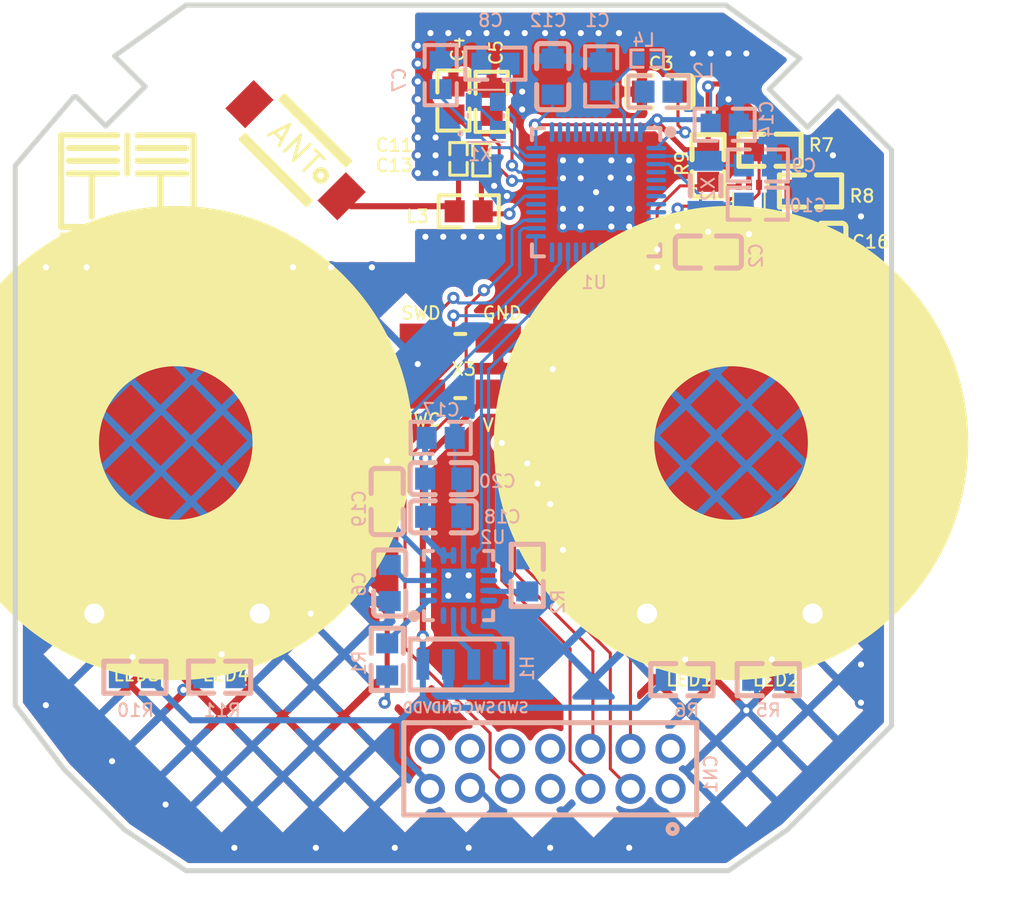
<source format=kicad_pcb>
(kicad_pcb (version 20171130) (host pcbnew 5.1.5-52549c5~84~ubuntu18.04.1)
  (layers (0 F.Cu signal) (31 B.Cu signal) (34 B.Paste user) (35 F.Paste user) (36 B.SilkS user) (37 F.SilkS user) (38 B.Mask user) (39 F.Mask user) (44 Edge.Cuts user))
  (net 0 "")
  (net 1 CH1_LED)
  (net 2 GND)
  (net 3 L2_2)
  (net 4 L3_2)
  (net 5 LED2_1)
  (net 6 R1_RST)
  (net 7 R1_SET)
  (net 8 R2_RST)
  (net 9 R2_SET)
  (net 10 R6_1)
  (net 11 SWCLK)
  (net 12 SWDIO)
  (net 13 U1_1)
  (net 14 U1_30)
  (net 15 U1_32)
  (net 16 U1_33)
  (net 17 U1_46)
  (net 18 U1_47)
  (net 19 U2_1)
  (net 20 VDD)
  (net 21 XC1)
  (net 22 XC2)
  (net 23 XL1)
  (net 24 XL2)
  (module easyeda:AN6520 (layer F.Cu) (at 85.217 40.132 45)
    (fp_text reference U3)
    (fp_text value "Antenna 2.4GHz" hide)
    (pad 1 smd rect (at 0 3.25 45) (size 2 1.4) (layers F.Cu F.Paste F.Mask) (net 4 L3_2))
    (pad 2 smd rect (at 0 -3.25 45) (size 2 1.4) (layers F.Cu F.Paste F.Mask))
  )
  (module easyeda:C0603 (layer F.Cu) (at 89.789 57.658 90)
    (fp_text reference C19 (at 0.635 -1.397 90) (layer B.SilkS) (effects (font (size 0.635 0.635) (thickness 0.102)) (justify left mirror)))
    (fp_text value 100nF hide)
    (pad 1 smd rect (at 0.9 0 90) (size 1 1.1) (layers B.Cu B.Paste B.Mask) (net 2 GND))
    (pad 2 smd rect (at -0.9 0 90) (size 1 1.1) (layers B.Cu B.Paste B.Mask))
  )
  (module easyeda:C0603 (layer F.Cu) (at 92.583 56.515)
    (fp_text reference C20 (at 3.683 0.127) (layer B.SilkS) (effects (font (size 0.635 0.635) (thickness 0.102)) (justify left mirror)))
    (fp_text value 100nF hide)
    (pad 1 smd rect (at 0.9 0) (size 1 1.1) (layers B.Cu B.Paste B.Mask) (net 2 GND))
    (pad 2 smd rect (at -0.9 0) (size 1 1.1) (layers B.Cu B.Paste B.Mask) (net 20 VDD))
  )
  (module easyeda:CONNECTER_SMD_1.27_1X4_D180 (layer F.Cu) (at 93.472 65.786 270)
    (fp_text reference H1 (at -0.508 -3.302 270) (layer B.SilkS) (effects (font (size 0.635 0.635) (thickness 0.102)) (justify left mirror)))
    (fp_text value PROG hide)
    (pad 1 smd rect (at 0 -1.905 270) (size 1.524 0.635) (layers B.Cu B.Paste B.Mask))
    (pad 2 smd rect (at 0 -0.635 270) (size 1.524 0.635) (layers B.Cu B.Paste B.Mask))
    (pad 3 smd rect (at 0 0.635 270) (size 1.524 0.635) (layers B.Cu B.Paste B.Mask) (net 2 GND))
    (pad 4 smd rect (at 0 1.905 270) (size 1.524 0.635) (layers B.Cu B.Paste B.Mask) (net 20 VDD))
  )
  (module easyeda:R0603 (layer F.Cu) (at 108.878 40.132 180)
    (fp_text reference R7 (at -1.866 0.254) (layer F.SilkS) (effects (font (size 0.635 0.635) (thickness 0.102)) (justify left)))
    (fp_text value 4.7K hide)
    (pad 2 smd rect (at 0.8 0 180) (size 1 1.1) (layers F.Cu F.Paste F.Mask))
    (pad 1 smd rect (at -0.8 0 180) (size 1 1.1) (layers F.Cu F.Paste F.Mask) (net 20 VDD))
  )
  (module easyeda:R0603 (layer F.Cu) (at 110.897 42.164 180)
    (fp_text reference R8 (at -1.879 -0.254) (layer F.SilkS) (effects (font (size 0.635 0.635) (thickness 0.102)) (justify left)))
    (fp_text value 4.7K hide)
    (pad 2 smd rect (at 0.8 0 180) (size 1 1.1) (layers F.Cu F.Paste F.Mask))
    (pad 1 smd rect (at -0.8 0 180) (size 1 1.1) (layers F.Cu F.Paste F.Mask) (net 20 VDD))
  )
  (module easyeda:R0603 (layer F.Cu) (at 105.792 40.909 90)
    (fp_text reference R9 (at -0.574 -1.304 90) (layer F.SilkS) (effects (font (size 0.635 0.635) (thickness 0.102)) (justify left)))
    (fp_text value 4.7K hide)
    (pad 2 smd rect (at 0.8 0 90) (size 1 1.1) (layers F.Cu F.Paste F.Mask) (net 20 VDD))
    (pad 1 smd rect (at -0.8 0 90) (size 1 1.1) (layers F.Cu F.Paste F.Mask))
  )
  (module easyeda:QFN-16_L3.0-W3.0-P0.50-BL-EP1.7 (layer F.Cu) (at 93.345 61.849 270)
    (fp_text reference U2 (at -2.413 -2.413) (layer B.SilkS) (effects (font (size 0.635 0.635) (thickness 0.102)) (justify left mirror)))
    (fp_text value CY8C4014LQI-421T hide)
    (pad 1 smd oval (at 0.75 1.5 90) (size 0.28 0.85) (layers B.Cu B.Paste B.Mask) (net 19 U2_1))
    (pad 2 smd oval (at 0.25 1.5 90) (size 0.28 0.85) (layers B.Cu B.Paste B.Mask))
    (pad 3 smd oval (at -0.25 1.5 90) (size 0.28 0.85) (layers B.Cu B.Paste B.Mask))
    (pad 4 smd oval (at -0.75 1.5 90) (size 0.28 0.85) (layers B.Cu B.Paste B.Mask))
    (pad 5 smd oval (at -1.5 0.75 180) (size 0.28 0.85) (layers B.Cu B.Paste B.Mask) (net 20 VDD))
    (pad 6 smd oval (at -1.5 0.25 180) (size 0.28 0.85) (layers B.Cu B.Paste B.Mask) (net 20 VDD))
    (pad 7 smd oval (at -1.5 -0.25 180) (size 0.28 0.85) (layers B.Cu B.Paste B.Mask) (net 2 GND))
    (pad 8 smd oval (at -1.5 -0.75 180) (size 0.28 0.85) (layers B.Cu B.Paste B.Mask))
    (pad 9 smd oval (at -0.75 -1.5 90) (size 0.28 0.85) (layers B.Cu B.Paste B.Mask))
    (pad 10 smd oval (at -0.25 -1.5 90) (size 0.28 0.85) (layers B.Cu B.Paste B.Mask))
    (pad 11 smd oval (at 0.25 -1.5 90) (size 0.28 0.85) (layers B.Cu B.Paste B.Mask))
    (pad 12 smd oval (at 0.75 -1.5 90) (size 0.28 0.85) (layers B.Cu B.Paste B.Mask))
    (pad 13 smd oval (at 1.5 -0.75 180) (size 0.28 0.85) (layers B.Cu B.Paste B.Mask))
    (pad 14 smd oval (at 1.5 -0.25 180) (size 0.28 0.85) (layers B.Cu B.Paste B.Mask))
    (pad 15 smd oval (at 1.5 0.25 180) (size 0.28 0.85) (layers B.Cu B.Paste B.Mask))
    (pad 16 smd oval (at 1.5 0.75 180) (size 0.28 0.85) (layers B.Cu B.Paste B.Mask))
    (pad 17 smd rect (at 0 0 180) (size 1.7 1.7) (layers B.Cu B.Paste B.Mask) (net 2 GND))
  )
  (module easyeda:C0603 (layer F.Cu) (at 89.916 61.722 90)
    (fp_text reference C6 (at 0.635 -1.524 90) (layer B.SilkS) (effects (font (size 0.635 0.635) (thickness 0.102)) (justify left mirror)))
    (fp_text value 2.2nF hide)
    (pad 1 smd rect (at 0.9 0 90) (size 1 1.1) (layers B.Cu B.Paste B.Mask))
    (pad 2 smd rect (at -0.9 0 90) (size 1 1.1) (layers B.Cu B.Paste B.Mask) (net 2 GND))
  )
  (module easyeda:C0603 (layer F.Cu) (at 92.583 58.42)
    (fp_text reference C18 (at 3.937 0) (layer B.SilkS) (effects (font (size 0.635 0.635) (thickness 0.102)) (justify left mirror)))
    (fp_text value 100nF hide)
    (pad 1 smd rect (at 0.9 0) (size 1 1.1) (layers B.Cu B.Paste B.Mask) (net 2 GND))
    (pad 2 smd rect (at -0.9 0) (size 1 1.1) (layers B.Cu B.Paste B.Mask) (net 20 VDD))
  )
  (module easyeda:0603 (layer F.Cu) (at 92.456 54.483)
    (fp_text reference C17 (at 1.016 -1.397) (layer B.SilkS) (effects (font (size 0.635 0.635) (thickness 0.102)) (justify left mirror)))
    (fp_text value 1uF hide)
    (pad 1 smd rect (at 0.7 0) (size 1 1.1) (layers B.Cu B.Paste B.Mask) (net 2 GND))
    (pad 2 smd rect (at -0.7 0) (size 1 1.1) (layers B.Cu B.Paste B.Mask) (net 20 VDD))
  )
  (module easyeda:R0603 (layer F.Cu) (at 81.433 66.421)
    (fp_text reference R11 (at 1.117 1.651) (layer B.SilkS) (effects (font (size 0.635 0.635) (thickness 0.102)) (justify left mirror)))
    (fp_text value 4.7K hide)
    (pad 2 smd rect (at -0.8 0) (size 1 1.1) (layers B.Cu B.Paste B.Mask) (net 2 GND))
    (pad 1 smd rect (at 0.8 0) (size 1 1.1) (layers B.Cu B.Paste B.Mask))
  )
  (module easyeda:R0603 (layer F.Cu) (at 89.789 65.532 270)
    (fp_text reference R1 (at -0.508 1.397 90) (layer B.SilkS) (effects (font (size 0.635 0.635) (thickness 0.102)) (justify left mirror)))
    (fp_text value 560 hide)
    (pad 2 smd rect (at -0.8 0 270) (size 1 1.1) (layers B.Cu B.Paste B.Mask) (net 19 U2_1))
    (pad 1 smd rect (at 0.8 0 270) (size 1 1.1) (layers B.Cu B.Paste B.Mask))
  )
  (module easyeda:R0603 (layer F.Cu) (at 77.212 66.421 180)
    (fp_text reference R10 (at -1.02 -1.651) (layer B.SilkS) (effects (font (size 0.635 0.635) (thickness 0.102)) (justify left mirror)))
    (fp_text value 4.7K hide)
    (pad 2 smd rect (at -0.8 0 180) (size 1 1.1) (layers B.Cu B.Paste B.Mask) (net 20 VDD))
    (pad 1 smd rect (at 0.8 0 180) (size 1 1.1) (layers B.Cu B.Paste B.Mask))
  )
  (module easyeda:R0603 (layer F.Cu) (at 104.481 66.548)
    (fp_text reference R6 (at 0.929 1.524) (layer B.SilkS) (effects (font (size 0.635 0.635) (thickness 0.102)) (justify left mirror)))
    (fp_text value 4.7K hide)
    (pad 2 smd rect (at -0.8 0) (size 1 1.1) (layers B.Cu B.Paste B.Mask) (net 20 VDD))
    (pad 1 smd rect (at 0.8 0) (size 1 1.1) (layers B.Cu B.Paste B.Mask) (net 10 R6_1))
  )
  (module easyeda:R0603 (layer F.Cu) (at 108.789 66.548)
    (fp_text reference R5 (at 0.685 1.524) (layer B.SilkS) (effects (font (size 0.635 0.635) (thickness 0.102)) (justify left mirror)))
    (fp_text value 4.7K hide)
    (pad 2 smd rect (at -0.8 0) (size 1 1.1) (layers B.Cu B.Paste B.Mask) (net 2 GND))
    (pad 1 smd rect (at 0.8 0) (size 1 1.1) (layers B.Cu B.Paste B.Mask) (net 5 LED2_1))
  )
  (module easyeda:R0603 (layer F.Cu) (at 96.774 61.341 90)
    (fp_text reference R2 (at -0.635 1.524 -90) (layer B.SilkS) (effects (font (size 0.635 0.635) (thickness 0.102)) (justify left mirror)))
    (fp_text value 560 hide)
    (pad 2 smd rect (at -0.8 0 90) (size 1 1.1) (layers B.Cu B.Paste B.Mask))
    (pad 1 smd rect (at 0.8 0 90) (size 1 1.1) (layers B.Cu B.Paste B.Mask))
  )
  (module easyeda:QFN-48_L6.0-W6.0-P0.40-BL-EP3.8 (layer F.Cu) (at 100.206 42.228 90)
    (fp_text reference U1 (at -4.498 0.598) (layer B.SilkS) (effects (font (size 0.635 0.635) (thickness 0.102)) (justify left mirror)))
    (fp_text value NRF52832 hide)
    (pad 49 smd rect (at 0.001 -0.001) (size 3.8 3.8) (layers B.Cu B.Paste B.Mask) (net 2 GND))
    (pad 13 smd oval (at -3 2.198) (size 0.22 1) (layers B.Cu B.Paste B.Mask) (net 20 VDD))
    (pad 14 smd oval (at -3 1.8) (size 0.22 1) (layers B.Cu B.Paste B.Mask))
    (pad 15 smd oval (at -3 1.401) (size 0.22 1) (layers B.Cu B.Paste B.Mask) (net 6 R1_RST))
    (pad 16 smd oval (at -3 0.999) (size 0.22 1) (layers B.Cu B.Paste B.Mask) (net 7 R1_SET))
    (pad 17 smd oval (at -3 0.601) (size 0.22 1) (layers B.Cu B.Paste B.Mask) (net 8 R2_RST))
    (pad 18 smd oval (at -3 0.199) (size 0.22 1) (layers B.Cu B.Paste B.Mask) (net 9 R2_SET))
    (pad 19 smd oval (at -3 -0.199) (size 0.22 1) (layers B.Cu B.Paste B.Mask))
    (pad 20 smd oval (at -3 -0.601) (size 0.22 1) (layers B.Cu B.Paste B.Mask))
    (pad 21 smd oval (at -3 -1) (size 0.22 1) (layers B.Cu B.Paste B.Mask))
    (pad 22 smd oval (at -3 -1.401) (size 0.22 1) (layers B.Cu B.Paste B.Mask))
    (pad 23 smd oval (at -3 -1.8) (size 0.22 1) (layers B.Cu B.Paste B.Mask) (net 1 CH1_LED))
    (pad 24 smd oval (at -3 -2.201) (size 0.22 1) (layers B.Cu B.Paste B.Mask))
    (pad 37 smd oval (at 3 -2.201 180) (size 0.22 1) (layers B.Cu B.Paste B.Mask))
    (pad 38 smd oval (at 3 -1.8 180) (size 0.22 1) (layers B.Cu B.Paste B.Mask))
    (pad 39 smd oval (at 3 -1.401 180) (size 0.22 1) (layers B.Cu B.Paste B.Mask))
    (pad 40 smd oval (at 3 -1 180) (size 0.22 1) (layers B.Cu B.Paste B.Mask))
    (pad 41 smd oval (at 3 -0.601 180) (size 0.22 1) (layers B.Cu B.Paste B.Mask))
    (pad 42 smd oval (at 3 -0.199 180) (size 0.22 1) (layers B.Cu B.Paste B.Mask))
    (pad 43 smd oval (at 3 0.199 180) (size 0.22 1) (layers B.Cu B.Paste B.Mask))
    (pad 44 smd oval (at 3 0.601 180) (size 0.22 1) (layers B.Cu B.Paste B.Mask))
    (pad 45 smd oval (at 3 0.999 180) (size 0.22 1) (layers B.Cu B.Paste B.Mask) (net 2 GND))
    (pad 46 smd oval (at 3 1.401 180) (size 0.22 1) (layers B.Cu B.Paste B.Mask) (net 17 U1_46))
    (pad 47 smd oval (at 3 1.8 180) (size 0.22 1) (layers B.Cu B.Paste B.Mask) (net 18 U1_47))
    (pad 48 smd oval (at 3 2.198 180) (size 0.22 1) (layers B.Cu B.Paste B.Mask) (net 20 VDD))
    (pad 36 smd oval (at 2.201 -3 270) (size 0.22 1) (layers B.Cu B.Paste B.Mask) (net 20 VDD))
    (pad 35 smd oval (at 1.8 -3 270) (size 0.22 1) (layers B.Cu B.Paste B.Mask) (net 22 XC2))
    (pad 34 smd oval (at 1.401 -3 270) (size 0.22 1) (layers B.Cu B.Paste B.Mask) (net 21 XC1))
    (pad 33 smd oval (at 1 -3 270) (size 0.22 1) (layers B.Cu B.Paste B.Mask) (net 16 U1_33))
    (pad 32 smd oval (at 0.601 -3 270) (size 0.22 1) (layers B.Cu B.Paste B.Mask) (net 15 U1_32))
    (pad 31 smd oval (at 0.199 -3 270) (size 0.22 1) (layers B.Cu B.Paste B.Mask) (net 2 GND))
    (pad 30 smd oval (at -0.199 -3 270) (size 0.22 1) (layers B.Cu B.Paste B.Mask) (net 14 U1_30))
    (pad 29 smd oval (at -0.601 -3 270) (size 0.22 1) (layers B.Cu B.Paste B.Mask))
    (pad 28 smd oval (at -0.999 -3 270) (size 0.22 1) (layers B.Cu B.Paste B.Mask))
    (pad 27 smd oval (at -1.401 -3 270) (size 0.22 1) (layers B.Cu B.Paste B.Mask))
    (pad 26 smd oval (at -1.8 -3 270) (size 0.22 1) (layers B.Cu B.Paste B.Mask) (net 12 SWDIO))
    (pad 25 smd oval (at -2.201 -3 270) (size 0.22 1) (layers B.Cu B.Paste B.Mask) (net 11 SWCLK))
    (pad 12 smd oval (at -2.201 3 90) (size 0.22 1) (layers B.Cu B.Paste B.Mask))
    (pad 11 smd oval (at -1.8 3 90) (size 0.22 1) (layers B.Cu B.Paste B.Mask))
    (pad 10 smd oval (at -1.401 3 90) (size 0.22 1) (layers B.Cu B.Paste B.Mask))
    (pad 9 smd oval (at -0.999 3 90) (size 0.22 1) (layers B.Cu B.Paste B.Mask))
    (pad 8 smd oval (at -0.601 3 90) (size 0.22 1) (layers B.Cu B.Paste B.Mask))
    (pad 7 smd oval (at -0.199 3 90) (size 0.22 1) (layers B.Cu B.Paste B.Mask))
    (pad 6 smd oval (at 0.199 3 90) (size 0.22 1) (layers B.Cu B.Paste B.Mask))
    (pad 5 smd oval (at 0.601 3 90) (size 0.22 1) (layers B.Cu B.Paste B.Mask))
    (pad 4 smd oval (at 1 3 90) (size 0.22 1) (layers B.Cu B.Paste B.Mask))
    (pad 3 smd oval (at 1.401 3 90) (size 0.22 1) (layers B.Cu B.Paste B.Mask) (net 24 XL2))
    (pad 2 smd oval (at 1.8 3 90) (size 0.22 1) (layers B.Cu B.Paste B.Mask) (net 23 XL1))
    (pad 1 smd oval (at 2.201 3 90) (size 0.22 1) (layers B.Cu B.Paste B.Mask) (net 13 U1_1))
  )
  (module easyeda:C0603 (layer F.Cu) (at 98.044 36.46 270)
    (fp_text reference C12 (at -2.805 -0.762) (layer B.SilkS) (effects (font (size 0.635 0.635) (thickness 0.102)) (justify left mirror)))
    (fp_text value 100nF hide)
    (pad 1 smd rect (at 0.9 0 270) (size 1 1.1) (layers B.Cu B.Paste B.Mask) (net 20 VDD))
    (pad 2 smd rect (at -0.9 0 270) (size 1 1.1) (layers B.Cu B.Paste B.Mask) (net 2 GND))
  )
  (module easyeda:C0603 (layer F.Cu) (at 105.802 45.212)
    (fp_text reference C2 (at 2.378 -0.508 90) (layer B.SilkS) (effects (font (size 0.635 0.635) (thickness 0.102)) (justify left mirror)))
    (fp_text value 100nF hide)
    (pad 1 smd rect (at 0.9 0) (size 1 1.1) (layers B.Cu B.Paste B.Mask) (net 2 GND))
    (pad 2 smd rect (at -0.9 0) (size 1 1.1) (layers B.Cu B.Paste B.Mask) (net 20 VDD))
  )
  (module easyeda:0603 (layer F.Cu) (at 95.185 35.814)
    (fp_text reference C8 (at 0.446 -2.159) (layer B.SilkS) (effects (font (size 0.635 0.635) (thickness 0.102)) (justify left mirror)))
    (fp_text value 22pF hide)
    (pad 1 smd rect (at 0.7 0) (size 1 1.1) (layers B.Cu B.Paste B.Mask) (net 22 XC2))
    (pad 2 smd rect (at -0.7 0) (size 1 1.1) (layers B.Cu B.Paste B.Mask) (net 2 GND))
  )
  (module easyeda:0603 (layer F.Cu) (at 92.456 36.387 270)
    (fp_text reference C7 (at -0.446 2.067 90) (layer B.SilkS) (effects (font (size 0.635 0.635) (thickness 0.102)) (justify left mirror)))
    (fp_text value 22pF hide)
    (pad 1 smd rect (at 0.7 0 270) (size 1 1.1) (layers B.Cu B.Paste B.Mask) (net 21 XC1))
    (pad 2 smd rect (at -0.7 0 270) (size 1 1.1) (layers B.Cu B.Paste B.Mask) (net 2 GND))
  )
  (module easyeda:0603 (layer F.Cu) (at 108.266 42.799)
    (fp_text reference C10 (at 3.494 0.092) (layer B.SilkS) (effects (font (size 0.635 0.635) (thickness 0.102)) (justify left mirror)))
    (fp_text value 22pF hide)
    (pad 1 smd rect (at 0.7 0) (size 1 1.1) (layers B.Cu B.Paste B.Mask) (net 2 GND))
    (pad 2 smd rect (at -0.7 0) (size 1 1.1) (layers B.Cu B.Paste B.Mask) (net 24 XL2))
  )
  (module easyeda:0603 (layer F.Cu) (at 108.269 40.894)
    (fp_text reference C9 (at 2.983 0) (layer B.SilkS) (effects (font (size 0.635 0.635) (thickness 0.102)) (justify left mirror)))
    (fp_text value 22pF hide)
    (pad 1 smd rect (at 0.7 0) (size 1 1.1) (layers B.Cu B.Paste B.Mask) (net 2 GND))
    (pad 2 smd rect (at -0.7 0) (size 1 1.1) (layers B.Cu B.Paste B.Mask) (net 23 XL1))
  )
  (module easyeda:0603 (layer F.Cu) (at 106.615 38.862 180)
    (fp_text reference C14 (at -2.097 1.27 90) (layer B.SilkS) (effects (font (size 0.635 0.635) (thickness 0.102)) (justify left mirror)))
    (fp_text value 4.7uF hide)
    (pad 1 smd rect (at 0.7 0 180) (size 1 1.1) (layers B.Cu B.Paste B.Mask) (net 20 VDD))
    (pad 2 smd rect (at -0.7 0 180) (size 1 1.1) (layers B.Cu B.Paste B.Mask) (net 2 GND))
  )
  (module easyeda:0603 (layer F.Cu) (at 100.457 36.449 270)
    (fp_text reference C1 (at -2.794 -0.508) (layer B.SilkS) (effects (font (size 0.635 0.635) (thickness 0.102)) (justify left mirror)))
    (fp_text value 1uF hide)
    (pad 1 smd rect (at 0.7 0 270) (size 1 1.1) (layers B.Cu B.Paste B.Mask) (net 17 U1_46))
    (pad 2 smd rect (at -0.7 0 270) (size 1 1.1) (layers B.Cu B.Paste B.Mask) (net 2 GND))
  )
  (module easyeda:0603 (layer F.Cu) (at 103.316 37.211 180)
    (fp_text reference L2 (at -2.856 1.051) (layer B.SilkS) (effects (font (size 0.635 0.635) (thickness 0.102)) (justify left mirror)))
    (fp_text value 10uH hide)
    (pad 1 smd rect (at 0.7 0 180) (size 1 1.1) (layers B.Cu B.Paste B.Mask) (net 18 U1_47))
    (pad 2 smd rect (at -0.7 0 180) (size 1 1.1) (layers B.Cu B.Paste B.Mask) (net 3 L2_2))
  )
  (module easyeda:0402 (layer F.Cu) (at 102.743 35.56)
    (fp_text reference L4 (at 0.462 -0.924) (layer B.SilkS) (effects (font (size 0.635 0.635) (thickness 0.102)) (justify left mirror)))
    (fp_text value 15nH hide)
    (pad 2 smd rect (at -0.424 0) (size 0.6 0.65) (layers B.Cu B.Paste B.Mask) (net 17 U1_46))
    (pad 1 smd rect (at 0.424 0) (size 0.6 0.65) (layers B.Cu B.Paste B.Mask) (net 3 L2_2))
  )
  (module easyeda:FC-135R_L3.2-W1.5 (layer F.Cu) (at 105.664 41.91 90)
    (fp_text reference X2 (at 0.508 0.127 90) (layer B.SilkS) (effects (font (size 0.635 0.635) (thickness 0.102)) (justify left mirror)))
    (fp_text value 32.768KHz hide)
    (pad 1 smd rect (at 1.25 0) (size 1.8 1) (layers B.Cu B.Paste B.Mask) (net 23 XL1))
    (pad 2 smd rect (at -1.25 0) (size 1.8 1) (layers B.Cu B.Paste B.Mask) (net 24 XL2))
  )
  (module easyeda:HDR-TH_14P-P2.00-V-R2-C7-S2.00_A2005HWV-2X7P (layer F.Cu) (at 97.918 70.992)
    (fp_text reference CN1 (at 8 -0.761 90) (layer B.SilkS) (effects (font (size 0.635 0.635) (thickness 0.102)) (justify left mirror)))
    (fp_text value 2X7P hide)
    (pad 9 thru_hole circle (at -2 1) (size 1.5 1.5) (drill 0.9) (layers *.Cu *.Paste *.Mask))
    (pad 10 thru_hole circle (at -2 -1) (size 1.5 1.5) (drill 0.9) (layers *.Cu *.Paste *.Mask))
    (pad 7 thru_hole circle (at 0 1) (size 1.5 1.5) (drill 0.9) (layers *.Cu *.Paste *.Mask))
    (pad 8 thru_hole circle (at 0 -1) (size 1.5 1.5) (drill 0.9) (layers *.Cu *.Paste *.Mask))
    (pad 5 thru_hole circle (at 2 1) (size 1.5 1.5) (drill 0.9) (layers *.Cu *.Paste *.Mask) (net 9 R2_SET))
    (pad 6 thru_hole circle (at 2 -1) (size 1.5 1.5) (drill 0.9) (layers *.Cu *.Paste *.Mask) (net 6 R1_RST))
    (pad 3 thru_hole circle (at 4 1) (size 1.5 1.5) (drill 0.9) (layers *.Cu *.Paste *.Mask) (net 8 R2_RST))
    (pad 4 thru_hole circle (at 4 -1) (size 1.5 1.5) (drill 0.9) (layers *.Cu *.Paste *.Mask) (net 7 R1_SET))
    (pad 1 thru_hole circle (at 6 1) (size 1.5 1.5) (drill 0.9) (layers *.Cu *.Paste *.Mask))
    (pad 2 thru_hole circle (at 6 -1) (size 1.5 1.5) (drill 0.9) (layers *.Cu *.Paste *.Mask))
    (pad 11 thru_hole circle (at -4 0.95) (size 1.5 1.5) (drill 0.9) (layers *.Cu *.Paste *.Mask) (net 2 GND))
    (pad 12 thru_hole circle (at -4 -1) (size 1.5 1.5) (drill 0.9) (layers *.Cu *.Paste *.Mask))
    (pad 13 thru_hole circle (at -6 1) (size 1.5 1.5) (drill 0.9) (layers *.Cu *.Paste *.Mask) (net 20 VDD))
    (pad 14 thru_hole circle (at -6 -1) (size 1.5 1.5) (drill 0.9) (layers *.Cu *.Paste *.Mask))
  )
  (module easyeda:OSC-SMD_4P-L2.0-W1.6-BL (layer F.Cu) (at 94.707 38.419 270)
    (fp_text reference X1 (at 1.932 -0.393) (layer B.SilkS) (effects (font (size 0.635 0.635) (thickness 0.102)) (justify left mirror)))
    (fp_text value 32MHz hide)
    (pad 4 smd rect (at 0.7 -0.6 270) (size 0.9 0.8) (layers B.Cu B.Paste B.Mask) (net 2 GND))
    (pad 3 smd rect (at -0.7 -0.6 270) (size 0.9 0.8) (layers B.Cu B.Paste B.Mask) (net 22 XC2))
    (pad 2 smd rect (at -0.7 0.6 270) (size 0.9 0.8) (layers B.Cu B.Paste B.Mask) (net 2 GND))
    (pad 1 smd rect (at 0.7 0.6 270) (size 0.9 0.8) (layers B.Cu B.Paste B.Mask) (net 21 XC1))
  )
  (module easyeda:SOT-563_L1.6-W1.2-P0.50-LS1.6-BL (layer F.Cu) (at 107.823 42.71 180)
    (fp_text reference U5 (at 2.286 -0.851) (layer F.SilkS) (effects (font (size 0.635 0.635) (thickness 0.102)) (justify left)))
    (fp_text value TMP112 hide)
    (pad 5 smd rect (at 0 -0.85 180) (size 0.3 0.5) (layers F.Cu F.Paste F.Mask) (net 20 VDD))
    (pad 2 smd rect (at 0 0.85 180) (size 0.3 0.5) (layers F.Cu F.Paste F.Mask) (net 2 GND))
    (pad 3 smd rect (at 0.508 0.85 180) (size 0.3 0.5) (layers F.Cu F.Paste F.Mask))
    (pad 1 smd rect (at -0.508 0.85 180) (size 0.3 0.5) (layers F.Cu F.Paste F.Mask))
    (pad 4 smd rect (at 0.508 -0.85 180) (size 0.3 0.5) (layers F.Cu F.Paste F.Mask) (net 2 GND))
    (pad 6 smd rect (at -0.508 -0.85 180) (size 0.3 0.5) (layers F.Cu F.Paste F.Mask))
  )
  (module easyeda:0603 (layer F.Cu) (at 93.091 37.654 270)
    (fp_text reference C4 (at -1.865 -0.219 90) (layer F.SilkS) (effects (font (size 0.635 0.635) (thickness 0.102)) (justify left)))
    (fp_text value 100pF hide)
    (pad 1 smd rect (at -0.7 0 270) (size 1 1.1) (layers F.Cu F.Paste F.Mask) (net 2 GND))
    (pad 2 smd rect (at 0.7 0 270) (size 1 1.1) (layers F.Cu F.Paste F.Mask) (net 15 U1_32))
  )
  (module easyeda:0603 (layer F.Cu) (at 94.996 37.719 270)
    (fp_text reference C5 (at -1.766 -0.219 90) (layer F.SilkS) (effects (font (size 0.635 0.635) (thickness 0.102)) (justify left)))
    (fp_text value 100pF hide)
    (pad 1 smd rect (at -0.7 0 270) (size 1 1.1) (layers F.Cu F.Paste F.Mask) (net 2 GND))
    (pad 2 smd rect (at 0.7 0 270) (size 1 1.1) (layers F.Cu F.Paste F.Mask) (net 16 U1_33))
  )
  (module easyeda:0603 (layer F.Cu) (at 93.853 43.18 180)
    (fp_text reference L3 (at 3.175 -0.254) (layer F.SilkS) (effects (font (size 0.635 0.635) (thickness 0.102)) (justify left)))
    (fp_text value 3.3nH hide)
    (pad 1 smd rect (at -0.7 0 180) (size 1 1.1) (layers F.Cu F.Paste F.Mask) (net 14 U1_30))
    (pad 2 smd rect (at 0.7 0 180) (size 1 1.1) (layers F.Cu F.Paste F.Mask) (net 4 L3_2))
  )
  (module easyeda:C0603 (layer F.Cu) (at 103.389 37.211)
    (fp_text reference C3 (at -0.624 -1.397) (layer F.SilkS) (effects (font (size 0.635 0.635) (thickness 0.102)) (justify left)))
    (fp_text value 100nF hide)
    (pad 1 smd rect (at -0.9 0) (size 1 1.1) (layers F.Cu F.Paste F.Mask) (net 2 GND))
    (pad 2 smd rect (at 0.9 0) (size 1 1.1) (layers F.Cu F.Paste F.Mask) (net 13 U1_1))
  )
  (module easyeda:SWD4_5032 (layer F.Cu) (at 93.472 50.8 180)
    (fp_text reference X3 (at 0.533 -0.254) (layer F.SilkS) (effects (font (size 0.635 0.635) (thickness 0.102)) (justify left)))
    (fp_text value ICSP hide)
    (pad 2 smd rect (at -1.854 -1.499 180) (size 2.261 1.448) (layers F.Cu F.Paste F.Mask) (net 20 VDD))
    (pad 1 smd rect (at 1.93 -1.499 180) (size 2.261 1.448) (layers F.Cu F.Paste F.Mask) (net 11 SWCLK))
    (pad 4 smd rect (at 1.93 1.295 180) (size 2.261 1.448) (layers F.Cu F.Paste F.Mask) (net 12 SWDIO))
    (pad 3 smd rect (at -1.854 1.295 180) (size 2.261 1.448) (layers F.Cu F.Paste F.Mask) (net 2 GND))
  )
  (module easyeda:0402 (layer F.Cu) (at 93.345 40.556 90)
    (fp_text reference C13 (at -0.338 -4.191) (layer F.SilkS) (effects (font (size 0.635 0.635) (thickness 0.102)) (justify left)))
    (fp_text value 0.5pF hide)
    (pad 2 smd rect (at 0.424 0 90) (size 0.6 0.65) (layers F.Cu F.Paste F.Mask) (net 2 GND))
    (pad 1 smd rect (at -0.424 0 90) (size 0.6 0.65) (layers F.Cu F.Paste F.Mask) (net 4 L3_2))
  )
  (module easyeda:0402 (layer F.Cu) (at 94.488 40.597 90)
    (fp_text reference C11 (at 0.719 -5.334) (layer F.SilkS) (effects (font (size 0.635 0.635) (thickness 0.102)) (justify left)))
    (fp_text value 0.5pF hide)
    (pad 2 smd rect (at 0.424 0 90) (size 0.6 0.65) (layers F.Cu F.Paste F.Mask) (net 2 GND))
    (pad 1 smd rect (at -0.424 0 90) (size 0.6 0.65) (layers F.Cu F.Paste F.Mask) (net 14 U1_30))
  )
  (module easyeda:C0603 (layer F.Cu) (at 111.009 44.577)
    (fp_text reference C16 (at 1.894 0.127) (layer F.SilkS) (effects (font (size 0.635 0.635) (thickness 0.102)) (justify left)))
    (fp_text value 100nF hide)
    (pad 1 smd rect (at -0.9 0) (size 1 1.1) (layers F.Cu F.Paste F.Mask) (net 20 VDD))
    (pad 2 smd rect (at 0.9 0) (size 1 1.1) (layers F.Cu F.Paste F.Mask) (net 2 GND))
  )
  (module easyeda:LED-SMD_0603-T (layer F.Cu) (at 77.127 64.389 270)
    (fp_text reference LED3 (at 1.905 1.054) (layer F.SilkS) (effects (font (size 0.635 0.635) (thickness 0.102)) (justify left)))
    (fp_text value RED hide)
    (pad 2 smd rect (at 0 0.8) (size 0.8 0.8) (layers F.Cu F.Paste F.Mask))
    (pad 1 smd rect (at 0 -0.8) (size 0.8 0.8) (layers F.Cu F.Paste F.Mask) (net 1 CH1_LED))
  )
  (module easyeda:LED-SMD_0603-T (layer F.Cu) (at 81.407 64.389 90)
    (fp_text reference LED4 (at -1.905 -0.889) (layer F.SilkS) (effects (font (size 0.635 0.635) (thickness 0.102)) (justify left)))
    (fp_text value BLUE hide)
    (pad 2 smd rect (at 0 0.8 180) (size 0.8 0.8) (layers F.Cu F.Paste F.Mask) (net 1 CH1_LED))
    (pad 1 smd rect (at 0 -0.8 180) (size 0.8 0.8) (layers F.Cu F.Paste F.Mask))
  )
  (module easyeda:LED-SMD_0603-T (layer F.Cu) (at 109.004 64.516 270)
    (fp_text reference LED2 (at 2.032 1.054) (layer F.SilkS) (effects (font (size 0.635 0.635) (thickness 0.102)) (justify left)))
    (fp_text value BLUE hide)
    (pad 2 smd rect (at 0 0.8) (size 0.8 0.8) (layers F.Cu F.Paste F.Mask))
    (pad 1 smd rect (at 0 -0.8) (size 0.8 0.8) (layers F.Cu F.Paste F.Mask) (net 5 LED2_1))
  )
  (module easyeda:LED-SMD_0603-T (layer F.Cu) (at 104.686 64.516 90)
    (fp_text reference LED1 (at -2.032 -1.054) (layer F.SilkS) (effects (font (size 0.635 0.635) (thickness 0.102)) (justify left)))
    (fp_text value RED hide)
    (pad 2 smd rect (at 0 0.8 180) (size 0.8 0.8) (layers F.Cu F.Paste F.Mask) (net 10 R6_1))
    (pad 1 smd rect (at 0 -0.8 180) (size 0.8 0.8) (layers F.Cu F.Paste F.Mask))
  )
  (module easyeda:gge8400 (layer F.Cu) (at 76.835 40.259)
    (fp_text reference LG)
    (fp_text value my_logo hide)
  )
  (module easyeda:LIVOLO_TOUCH_PAD (layer F.Cu) (at 79.248 54.864)
    (fp_text reference U4)
    (fp_text value TS1 hide)
    (pad 1 smd circle (at -0.001 -0.127) (size 15 15) (layers F.Cu F.Paste F.Mask) (clearance 0.8))
  )
  (module easyeda:LIVOLO_TOUCH_PAD (layer F.Cu) (at 106.934 54.864)
    (fp_text reference U6)
    (fp_text value TS2 hide)
    (pad 1 smd circle (at -0.001 -0.127) (size 15 15) (layers F.Cu F.Paste F.Mask) (clearance 0.8))
  )
  (module AutoGenerated:MountingHole_1.00mm (layer F.Cu) (at 75.184 63.246)
    (fp_text reference "" (at 0 0) (layer F.SilkS) (effects (font (size 1.27 1.27))))
    (fp_text value "" (at 0 0) (layer F.SilkS) (effects (font (size 1.27 1.27))))
    (pad "" np_thru_hole circle (at 0 0) (size 1 1) (drill 1) (layers *.Cu *.Mask))
  )
  (module AutoGenerated:MountingHole_1.00mm (layer F.Cu) (at 83.439 63.246)
    (fp_text reference "" (at 0 0) (layer F.SilkS) (effects (font (size 1.27 1.27))))
    (fp_text value "" (at 0 0) (layer F.SilkS) (effects (font (size 1.27 1.27))))
    (pad "" np_thru_hole circle (at 0 0) (size 1 1) (drill 1) (layers *.Cu *.Mask))
  )
  (module AutoGenerated:MountingHole_1.00mm (layer F.Cu) (at 102.743 63.246)
    (fp_text reference "" (at 0 0) (layer F.SilkS) (effects (font (size 1.27 1.27))))
    (fp_text value "" (at 0 0) (layer F.SilkS) (effects (font (size 1.27 1.27))))
    (pad "" np_thru_hole circle (at 0 0) (size 1 1) (drill 1) (layers *.Cu *.Mask))
  )
  (module AutoGenerated:MountingHole_1.00mm (layer F.Cu) (at 110.998 63.246)
    (fp_text reference "" (at 0 0) (layer F.SilkS) (effects (font (size 1.27 1.27))))
    (fp_text value "" (at 0 0) (layer F.SilkS) (effects (font (size 1.27 1.27))))
    (pad "" np_thru_hole circle (at 0 0) (size 1 1) (drill 1) (layers *.Cu *.Mask))
  )
  (gr_circle (center 79.248 54.737) (end 83.058 54.356) (layer F.SilkS) (width 8))
  (gr_circle (center 106.934 54.737) (end 110.744 54.356) (layer F.SilkS) (width 8))
  (gr_line (start 71.247 40.894) (end 74.168 37.465) (layer Edge.Cuts) (width 0.254))
  (gr_line (start 74.168 37.465) (end 74.295 37.465) (layer Edge.Cuts) (width 0.254))
  (gr_line (start 74.295 37.465) (end 75.756 38.926) (layer Edge.Cuts) (width 0.254))
  (gr_line (start 75.756 38.926) (end 77.724 36.957) (layer Edge.Cuts) (width 0.254))
  (gr_line (start 77.724 36.957) (end 76.2 35.433) (layer Edge.Cuts) (width 0.254))
  (gr_line (start 76.2 35.433) (end 79.756 32.893) (layer Edge.Cuts) (width 0.254))
  (gr_line (start 79.756 32.893) (end 106.68 32.893) (layer Edge.Cuts) (width 0.254))
  (gr_line (start 106.68 32.893) (end 110.363 35.56) (layer Edge.Cuts) (width 0.254))
  (gr_line (start 110.363 35.56) (end 108.839 37.084) (layer Edge.Cuts) (width 0.254))
  (gr_line (start 108.839 37.084) (end 110.744 38.989) (layer Edge.Cuts) (width 0.254))
  (gr_line (start 110.744 38.989) (end 112.268 37.465) (layer Edge.Cuts) (width 0.254))
  (gr_line (start 112.268 37.465) (end 114.935 40.132) (layer Edge.Cuts) (width 0.254))
  (gr_line (start 114.935 40.132) (end 114.935 68.834) (layer Edge.Cuts) (width 0.254))
  (gr_line (start 114.935 68.834) (end 113.792 69.977) (layer Edge.Cuts) (width 0.254))
  (gr_line (start 113.792 69.977) (end 109.728 74.041) (layer Edge.Cuts) (width 0.254))
  (gr_line (start 109.728 74.041) (end 106.807 76.073) (layer Edge.Cuts) (width 0.254))
  (gr_line (start 106.807 76.073) (end 79.756 76.073) (layer Edge.Cuts) (width 0.254))
  (gr_line (start 79.756 76.073) (end 76.708 74.041) (layer Edge.Cuts) (width 0.254))
  (gr_line (start 76.708 74.041) (end 73.66 70.993) (layer Edge.Cuts) (width 0.254))
  (gr_line (start 73.66 70.993) (end 71.247 67.818) (layer Edge.Cuts) (width 0.254))
  (gr_line (start 71.247 67.818) (end 71.247 40.894) (layer Edge.Cuts) (width 0.254))
  (gr_text SWD (at 90.424 48.26) (layer F.SilkS) (effects (font (size 0.635 0.635) (thickness 0.102)) (justify left)))
  (gr_text SWC (at 90.424 53.594) (layer F.SilkS) (effects (font (size 0.635 0.635) (thickness 0.102)) (justify left)))
  (gr_text VDD (at 94.488 53.848) (layer F.SilkS) (effects (font (size 0.635 0.635) (thickness 0.102)) (justify left)))
  (gr_text GND (at 94.488 48.26) (layer F.SilkS) (effects (font (size 0.635 0.635) (thickness 0.102)) (justify left)))
  (gr_text "REV. 0.3" (at 73.152 44.958) (layer F.SilkS) (effects (font (size 1.143 1.143) (thickness 0.178)) (justify left)))
  (gr_text SWC (at 95.25 67.945) (layer B.SilkS) (effects (font (size 0.508 0.508) (thickness 0.102)) (justify left mirror)))
  (gr_text SWD (at 96.901 67.945) (layer B.SilkS) (effects (font (size 0.508 0.508) (thickness 0.102)) (justify left mirror)))
  (gr_text GND (at 93.599 67.945) (layer B.SilkS) (effects (font (size 0.508 0.508) (thickness 0.102)) (justify left mirror)))
  (gr_text VDD (at 92.075 67.945) (layer B.SilkS) (effects (font (size 0.508 0.508) (thickness 0.102)) (justify left mirror)))
  (gr_text ANT (at 84.074 38.862 -45) (layer F.SilkS) (effects (font (size 1.143 1.143) (thickness 0.152)) (justify left)))
  (segment (start 97.917 57.785) (end 97.917 60.579) (width 0.152) (layer F.Cu) (net 0))
  (segment (start 97.917 60.579) (end 101.854 64.516) (width 0.152) (layer F.Cu) (net 0))
  (segment (start 101.854 64.516) (end 103.886 64.516) (width 0.152) (layer F.Cu) (net 0))
  (segment (start 76.327 64.389) (end 76.327 64.643) (width 0.152) (layer F.Cu) (net 0))
  (segment (start 76.327 64.643) (end 77.089 65.405) (width 0.152) (layer F.Cu) (net 0))
  (segment (start 80.607 64.389) (end 80.645 64.389) (width 0.152) (layer F.Cu) (net 0))
  (segment (start 80.645 64.389) (end 81.534 65.278) (width 0.152) (layer F.Cu) (net 0))
  (segment (start 103.251 45.085) (end 103.251 43.053) (width 0.152) (layer F.Cu) (net 0))
  (segment (start 103.251 43.053) (end 104.394 41.91) (width 0.152) (layer F.Cu) (net 0))
  (segment (start 104.394 41.91) (end 105.791 41.91) (width 0.152) (layer F.Cu) (net 0))
  (segment (start 104.267 43.942) (end 104.902 43.307) (width 0.152) (layer F.Cu) (net 0))
  (segment (start 104.902 43.307) (end 106.68 43.307) (width 0.152) (layer F.Cu) (net 0))
  (segment (start 106.68 43.307) (end 107.061 42.926) (width 0.152) (layer F.Cu) (net 0))
  (segment (start 107.061 42.926) (end 107.95 42.926) (width 0.152) (layer F.Cu) (net 0))
  (segment (start 107.95 42.926) (end 108.331 43.307) (width 0.152) (layer F.Cu) (net 0))
  (segment (start 108.331 43.307) (end 108.331 43.561) (width 0.152) (layer F.Cu) (net 0))
  (segment (start 104.267 43.053) (end 104.394 42.926) (width 0.152) (layer F.Cu) (net 0))
  (segment (start 104.394 42.926) (end 106.553 42.926) (width 0.152) (layer F.Cu) (net 0))
  (segment (start 106.553 42.926) (end 106.934 42.545) (width 0.152) (layer F.Cu) (net 0))
  (segment (start 106.934 42.545) (end 108.077 42.545) (width 0.152) (layer F.Cu) (net 0))
  (segment (start 108.077 42.545) (end 108.331 42.291) (width 0.152) (layer F.Cu) (net 0))
  (segment (start 108.331 42.291) (end 108.331 41.862) (width 0.152) (layer F.Cu) (net 0))
  (segment (start 108.331 43.561) (end 108.839 43.561) (width 0.152) (layer F.Cu) (net 0))
  (segment (start 108.839 43.561) (end 109.982 42.418) (width 0.152) (layer F.Cu) (net 0))
  (segment (start 109.982 42.418) (end 109.982 42.164) (width 0.152) (layer F.Cu) (net 0))
  (segment (start 107.315 41.861) (end 107.266 41.91) (width 0.152) (layer F.Cu) (net 0))
  (segment (start 107.266 41.91) (end 105.791 41.91) (width 0.152) (layer F.Cu) (net 0))
  (segment (start 108.331 41.861) (end 108.331 40.386) (width 0.152) (layer F.Cu) (net 0))
  (segment (start 108.331 40.386) (end 108.077 40.132) (width 0.152) (layer F.Cu) (net 0))
  (segment (start 108.204 64.389) (end 108.204 64.262) (width 0.152) (layer F.Cu) (net 0))
  (segment (start 108.204 64.262) (end 107.696 63.754) (width 0.152) (layer F.Cu) (net 0))
  (segment (start 107.696 63.754) (end 104.775 63.754) (width 0.152) (layer F.Cu) (net 0))
  (segment (start 104.775 63.754) (end 104.14 64.389) (width 0.152) (layer F.Cu) (net 0))
  (segment (start 104.14 64.389) (end 103.886 64.389) (width 0.152) (layer F.Cu) (net 0))
  (segment (start 106.934 54.864) (end 105.41 54.864) (width 0.254) (layer F.Cu) (net 0))
  (segment (start 105.41 54.864) (end 100.203 60.071) (width 0.254) (layer F.Cu) (net 0))
  (segment (start 100.203 60.071) (end 98.552 60.071) (width 0.254) (layer F.Cu) (net 0))
  (segment (start 97.917 57.785) (end 97.917 52.07) (width 0.152) (layer B.Cu) (net 0))
  (segment (start 97.917 52.07) (end 98.679 51.308) (width 0.152) (layer B.Cu) (net 0))
  (segment (start 98.679 51.308) (end 98.679 50.165) (width 0.152) (layer B.Cu) (net 0))
  (segment (start 98.679 50.165) (end 102.006 46.838) (width 0.152) (layer B.Cu) (net 0))
  (segment (start 102.006 46.838) (end 102.006 45.227) (width 0.152) (layer B.Cu) (net 0))
  (segment (start 77.089 65.405) (end 76.211 66.283) (width 0.152) (layer B.Cu) (net 0))
  (segment (start 76.211 66.283) (end 76.211 66.421) (width 0.152) (layer B.Cu) (net 0))
  (segment (start 81.534 65.278) (end 82.434 66.178) (width 0.152) (layer B.Cu) (net 0))
  (segment (start 82.434 66.178) (end 82.434 66.421) (width 0.152) (layer B.Cu) (net 0))
  (segment (start 103.205 44.027) (end 104.182 44.027) (width 0.152) (layer B.Cu) (net 0))
  (segment (start 104.182 44.027) (end 104.267 43.942) (width 0.152) (layer B.Cu) (net 0))
  (segment (start 103.205 43.628) (end 103.692 43.628) (width 0.152) (layer B.Cu) (net 0))
  (segment (start 103.692 43.628) (end 104.267 43.053) (width 0.152) (layer B.Cu) (net 0))
  (segment (start 103.205 44.43) (end 103.251 44.475) (width 0.152) (layer B.Cu) (net 0))
  (segment (start 103.251 44.475) (end 103.251 45.085) (width 0.152) (layer B.Cu) (net 0))
  (segment (start 96.012 44.069) (end 96.012 44.069) (width 0.152) (layer B.Cu) (net 0))
  (segment (start 91.845 61.599) (end 90.693 61.599) (width 0.254) (layer B.Cu) (net 0))
  (segment (start 90.693 61.599) (end 89.916 60.822) (width 0.254) (layer B.Cu) (net 0))
  (segment (start 79.248 54.864) (end 81.407 54.864) (width 0.254) (layer F.Cu) (net 0))
  (segment (start 81.407 54.864) (end 89.789 63.246) (width 0.254) (layer F.Cu) (net 0))
  (segment (start 89.789 63.246) (end 89.789 67.691) (width 0.254) (layer F.Cu) (net 0))
  (segment (start 89.789 67.691) (end 89.662 67.691) (width 0.254) (layer F.Cu) (net 0))
  (segment (start 89.662 67.691) (end 89.789 67.564) (width 0.254) (layer B.Cu) (net 0))
  (segment (start 89.789 67.564) (end 89.789 66.332) (width 0.254) (layer B.Cu) (net 0))
  (segment (start 94.845 62.099) (end 94.887 62.141) (width 0.254) (layer B.Cu) (net 0))
  (segment (start 94.887 62.141) (end 96.774 62.141) (width 0.254) (layer B.Cu) (net 0))
  (segment (start 96.774 60.541) (end 97.244 60.071) (width 0.254) (layer B.Cu) (net 0))
  (segment (start 97.244 60.071) (end 98.552 60.071) (width 0.254) (layer B.Cu) (net 0))
  (segment (start 94.107 65.786) (end 94.107 65.278) (width 0.254) (layer B.Cu) (net 0))
  (segment (start 94.107 65.278) (end 93.096 64.257) (width 0.254) (layer B.Cu) (net 0))
  (segment (start 93.096 64.257) (end 93.096 63.35) (width 0.254) (layer B.Cu) (net 0))
  (segment (start 93.595 63.349) (end 93.595 64.004) (width 0.254) (layer B.Cu) (net 0))
  (segment (start 93.595 64.004) (end 93.98 64.389) (width 0.254) (layer B.Cu) (net 0))
  (segment (start 93.98 64.389) (end 94.996 64.389) (width 0.254) (layer B.Cu) (net 0))
  (segment (start 94.996 64.389) (end 95.377 64.77) (width 0.254) (layer B.Cu) (net 0))
  (segment (start 95.377 64.77) (end 95.377 65.786) (width 0.254) (layer B.Cu) (net 0))
  (segment (start 99.605 45.227) (end 99.605 46.318) (width 0.152) (layer B.Cu) (net 0))
  (segment (start 99.605 46.318) (end 95.25 50.673) (width 0.152) (layer B.Cu) (net 0))
  (segment (start 95.25 50.673) (end 94.845 51.078) (width 0.152) (layer B.Cu) (net 0))
  (segment (start 94.845 51.078) (end 94.845 61.099) (width 0.152) (layer B.Cu) (net 0))
  (segment (start 89.789 58.558) (end 91.845 60.614) (width 0.254) (layer B.Cu) (net 0))
  (segment (start 91.845 60.614) (end 91.845 61.099) (width 0.254) (layer B.Cu) (net 0))
  (via (at 104.267 43.053) (size 0.61) (drill 0.305) (layers F.Cu B.Cu) (net 0))
  (via (at 104.267 43.942) (size 0.61) (drill 0.305) (layers F.Cu B.Cu) (net 0))
  (via (at 103.251 45.085) (size 0.61) (drill 0.305) (layers F.Cu B.Cu) (net 0))
  (via (at 98.552 60.071) (size 0.61) (drill 0.305) (layers F.Cu B.Cu) (net 0))
  (via (at 81.534 65.278) (size 0.61) (drill 0.305) (layers F.Cu B.Cu) (net 0))
  (via (at 77.089 65.405) (size 0.61) (drill 0.305) (layers F.Cu B.Cu) (net 0))
  (via (at 97.917 57.785) (size 0.61) (drill 0.305) (layers F.Cu B.Cu) (net 0))
  (via (at 89.662 67.691) (size 0.61) (drill 0.305) (layers F.Cu B.Cu) (net 0))
  (segment (start 97.206 43.627) (end 96.578 43.627) (width 0.152) (layer B.Cu) (net 0))
  (segment (start 93.726 48.006) (end 93.726 52.578) (width 0.152) (layer F.Cu) (net 0))
  (segment (start 94.742 47.117) (end 94.615 47.117) (width 0.152) (layer B.Cu) (net 0))
  (segment (start 90.678 55.626) (end 90.678 64.973) (width 0.152) (layer F.Cu) (net 0))
  (segment (start 93.726 52.578) (end 90.678 55.626) (width 0.152) (layer F.Cu) (net 0))
  (segment (start 90.678 64.973) (end 94.92 69.215) (width 0.152) (layer F.Cu) (net 0))
  (segment (start 96.012 45.847) (end 94.742 47.117) (width 0.152) (layer B.Cu) (net 0))
  (segment (start 95.918 71.991) (end 94.92 70.993) (width 0.152) (layer F.Cu) (net 0))
  (via (at 94.615 47.117) (size 0.61) (drill 0.305) (layers F.Cu B.Cu) (net 0))
  (segment (start 94.92 70.993) (end 94.92 69.215) (width 0.152) (layer F.Cu) (net 0))
  (segment (start 96.578 43.627) (end 96.012 44.069) (width 0.152) (layer B.Cu) (net 0))
  (segment (start 94.615 47.117) (end 93.726 48.006) (width 0.152) (layer F.Cu) (net 0))
  (segment (start 96.012 44.069) (end 96.012 45.847) (width 0.152) (layer B.Cu) (net 0))
  (segment (start 94.488 50.72961) (end 98.806 46.41161) (width 0.152) (layer B.Cu) (net 0))
  (segment (start 98.806 46.41161) (end 98.806 45.227) (width 0.152) (layer B.Cu) (net 0))
  (segment (start 94.488 59.957) (end 94.488 50.72961) (width 0.152) (layer B.Cu) (net 0))
  (segment (start 94.094 60.348) (end 94.488 59.957) (width 0.152) (layer B.Cu) (net 0))
  (segment (start 85.979 63.246) (end 84.836 64.389) (width 0.152) (layer F.Cu) (net 1))
  (segment (start 84.836 64.389) (end 82.207 64.389) (width 0.152) (layer F.Cu) (net 1))
  (segment (start 77.927 64.389) (end 78.562 63.754) (width 0.152) (layer F.Cu) (net 1))
  (segment (start 78.562 63.754) (end 81.788 63.754) (width 0.152) (layer F.Cu) (net 1))
  (segment (start 81.788 63.754) (end 82.207 64.173) (width 0.152) (layer F.Cu) (net 1))
  (segment (start 82.207 64.173) (end 82.207 64.389) (width 0.152) (layer F.Cu) (net 1))
  (via (at 85.979 63.246) (size 0.61) (drill 0.305) (layers F.Cu B.Cu) (net 1))
  (segment (start 98.405 45.619584) (end 98.405 45.227) (width 0.152) (layer B.Cu) (net 1))
  (segment (start 98.39101 45.77789) (end 98.39101 45.633574) (width 0.152) (layer B.Cu) (net 1))
  (segment (start 88.138 61.976) (end 88.138 56.134) (width 0.152) (layer B.Cu) (net 1))
  (segment (start 86.868 63.246) (end 88.138 61.976) (width 0.152) (layer B.Cu) (net 1))
  (segment (start 98.16489 46.00401) (end 98.39101 45.77789) (width 0.152) (layer B.Cu) (net 1))
  (segment (start 85.979 63.246) (end 86.868 63.246) (width 0.152) (layer B.Cu) (net 1))
  (segment (start 88.138 56.134) (end 98.16489 46.10711) (width 0.152) (layer B.Cu) (net 1))
  (segment (start 98.39101 45.633574) (end 98.405 45.619584) (width 0.152) (layer B.Cu) (net 1))
  (segment (start 98.16489 46.10711) (end 98.16489 46.00401) (width 0.152) (layer B.Cu) (net 1))
  (via (at 92.837 61.341) (size 0.61) (drill 0.305) (layers F.Cu B.Cu) (net 2))
  (via (at 92.837 62.357) (size 0.61) (drill 0.305) (layers F.Cu B.Cu) (net 2))
  (via (at 93.853 62.357) (size 0.61) (drill 0.305) (layers F.Cu B.Cu) (net 2))
  (via (at 93.853 61.341) (size 0.61) (drill 0.305) (layers F.Cu B.Cu) (net 2))
  (via (at 89.789 55.626) (size 0.61) (drill 0.305) (layers F.Cu B.Cu) (net 2))
  (via (at 91.313 50.8) (size 0.61) (drill 0.305) (layers F.Cu B.Cu) (net 2))
  (via (at 79.629 67.056) (size 0.61) (drill 0.305) (layers F.Cu B.Cu) (net 2))
  (segment (start 97.203 42.027) (end 100.015 42.037) (width 0.152) (layer B.Cu) (net 2))
  (segment (start 100.015 42.037) (end 100.203 42.225) (width 0.152) (layer B.Cu) (net 2))
  (segment (start 100.932 41.496) (end 100.203 42.226) (width 0.152) (layer B.Cu) (net 2))
  (segment (start 101.204 39.227) (end 101.204 41.225) (width 0.152) (layer B.Cu) (net 2))
  (segment (start 101.204 41.225) (end 100.932 41.496) (width 0.152) (layer B.Cu) (net 2))
  (segment (start 108.969 40.894) (end 108.628 40.894) (width 0.152) (layer B.Cu) (net 2))
  (segment (start 107.315 38.862) (end 107.655 38.862) (width 0.152) (layer B.Cu) (net 2))
  (segment (start 94.211 37.719) (end 94.315 37.719) (width 0.152) (layer B.Cu) (net 2))
  (segment (start 94.211 37.719) (end 94.107 37.719) (width 0.152) (layer B.Cu) (net 2))
  (segment (start 94.107 37.719) (end 95.307 38.919) (width 0.152) (layer B.Cu) (net 2))
  (segment (start 95.307 38.919) (end 95.307 39.119) (width 0.152) (layer B.Cu) (net 2))
  (via (at 91.694 44.45) (size 0.61) (drill 0.305) (layers F.Cu B.Cu) (net 2))
  (via (at 92.583 44.45) (size 0.61) (drill 0.305) (layers F.Cu B.Cu) (net 2))
  (via (at 93.599 44.45) (size 0.61) (drill 0.305) (layers F.Cu B.Cu) (net 2))
  (via (at 94.488 44.45) (size 0.61) (drill 0.305) (layers F.Cu B.Cu) (net 2))
  (via (at 93.853 34.29) (size 0.61) (drill 0.305) (layers F.Cu B.Cu) (net 2))
  (via (at 94.742 34.29) (size 0.61) (drill 0.305) (layers F.Cu B.Cu) (net 2))
  (via (at 95.758 34.29) (size 0.61) (drill 0.305) (layers F.Cu B.Cu) (net 2))
  (via (at 96.647 34.29) (size 0.61) (drill 0.305) (layers F.Cu B.Cu) (net 2))
  (via (at 97.663 34.29) (size 0.61) (drill 0.305) (layers F.Cu B.Cu) (net 2))
  (via (at 98.552 34.29) (size 0.61) (drill 0.305) (layers F.Cu B.Cu) (net 2))
  (via (at 96.52 38.1) (size 0.61) (drill 0.305) (layers F.Cu B.Cu) (net 2))
  (via (at 96.52 37.211) (size 0.61) (drill 0.305) (layers F.Cu B.Cu) (net 2))
  (via (at 99.441 41.529) (size 0.61) (drill 0.305) (layers F.Cu B.Cu) (net 2))
  (via (at 98.552 41.529) (size 0.61) (drill 0.305) (layers F.Cu B.Cu) (net 2))
  (via (at 98.552 40.64) (size 0.61) (drill 0.305) (layers F.Cu B.Cu) (net 2))
  (via (at 99.441 40.64) (size 0.61) (drill 0.305) (layers F.Cu B.Cu) (net 2))
  (via (at 101.854 41.529) (size 0.61) (drill 0.305) (layers F.Cu B.Cu) (net 2))
  (via (at 100.932 41.496) (size 0.61) (drill 0.305) (layers F.Cu B.Cu) (net 2))
  (via (at 100.965 40.64) (size 0.61) (drill 0.305) (layers F.Cu B.Cu) (net 2))
  (via (at 101.854 40.64) (size 0.61) (drill 0.305) (layers F.Cu B.Cu) (net 2))
  (via (at 99.441 43.942) (size 0.61) (drill 0.305) (layers F.Cu B.Cu) (net 2))
  (via (at 98.552 43.942) (size 0.61) (drill 0.305) (layers F.Cu B.Cu) (net 2))
  (via (at 98.552 43.053) (size 0.61) (drill 0.305) (layers F.Cu B.Cu) (net 2))
  (via (at 99.441 43.053) (size 0.61) (drill 0.305) (layers F.Cu B.Cu) (net 2))
  (via (at 101.854 43.942) (size 0.61) (drill 0.305) (layers F.Cu B.Cu) (net 2))
  (via (at 100.965 43.942) (size 0.61) (drill 0.305) (layers F.Cu B.Cu) (net 2))
  (via (at 100.965 43.053) (size 0.61) (drill 0.305) (layers F.Cu B.Cu) (net 2))
  (via (at 101.854 43.053) (size 0.61) (drill 0.305) (layers F.Cu B.Cu) (net 2))
  (via (at 100.203 42.226) (size 0.61) (drill 0.305) (layers F.Cu B.Cu) (net 2))
  (via (at 91.948 34.29) (size 0.61) (drill 0.305) (layers F.Cu B.Cu) (net 2))
  (via (at 92.837 34.29) (size 0.61) (drill 0.305) (layers F.Cu B.Cu) (net 2))
  (via (at 91.313 39.497) (size 0.61) (drill 0.305) (layers F.Cu B.Cu) (net 2))
  (via (at 91.313 38.608) (size 0.61) (drill 0.305) (layers F.Cu B.Cu) (net 2))
  (via (at 91.313 41.275) (size 0.61) (drill 0.305) (layers F.Cu B.Cu) (net 2))
  (via (at 91.313 40.386) (size 0.61) (drill 0.305) (layers F.Cu B.Cu) (net 2))
  (via (at 92.202 41.275) (size 0.61) (drill 0.305) (layers F.Cu B.Cu) (net 2))
  (via (at 92.202 40.386) (size 0.61) (drill 0.305) (layers F.Cu B.Cu) (net 2))
  (via (at 92.202 39.497) (size 0.61) (drill 0.305) (layers F.Cu B.Cu) (net 2))
  (via (at 95.758 42.418) (size 0.61) (drill 0.305) (layers F.Cu B.Cu) (net 2))
  (via (at 95.377 44.45) (size 0.61) (drill 0.305) (layers F.Cu B.Cu) (net 2))
  (via (at 95.123 41.91) (size 0.61) (drill 0.305) (layers F.Cu B.Cu) (net 2))
  (via (at 91.313 34.925) (size 0.61) (drill 0.305) (layers F.Cu B.Cu) (net 2))
  (via (at 91.313 35.814) (size 0.61) (drill 0.305) (layers F.Cu B.Cu) (net 2))
  (via (at 91.313 36.703) (size 0.61) (drill 0.305) (layers F.Cu B.Cu) (net 2))
  (via (at 91.313 37.592) (size 0.61) (drill 0.305) (layers F.Cu B.Cu) (net 2))
  (via (at 101.346 34.29) (size 0.61) (drill 0.305) (layers F.Cu B.Cu) (net 2))
  (via (at 100.33 34.29) (size 0.61) (drill 0.305) (layers F.Cu B.Cu) (net 2))
  (via (at 99.441 34.29) (size 0.61) (drill 0.305) (layers F.Cu B.Cu) (net 2))
  (via (at 105.029 35.306) (size 0.61) (drill 0.305) (layers F.Cu B.Cu) (net 2))
  (via (at 105.918 35.306) (size 0.61) (drill 0.305) (layers F.Cu B.Cu) (net 2))
  (via (at 106.807 35.306) (size 0.61) (drill 0.305) (layers F.Cu B.Cu) (net 2))
  (via (at 107.696 35.306) (size 0.61) (drill 0.305) (layers F.Cu B.Cu) (net 2))
  (via (at 113.411 43.434) (size 0.61) (drill 0.305) (layers F.Cu B.Cu) (net 2))
  (via (at 106.807 37.592) (size 0.61) (drill 0.305) (layers F.Cu B.Cu) (net 2))
  (via (at 105.791 44.196) (size 0.61) (drill 0.305) (layers F.Cu B.Cu) (net 2))
  (via (at 107.696 68.072) (size 0.61) (drill 0.305) (layers F.Cu B.Cu) (net 2))
  (via (at 72.771 67.818) (size 0.61) (drill 0.305) (layers F.Cu B.Cu) (net 2))
  (via (at 76.073 70.612) (size 0.61) (drill 0.305) (layers F.Cu B.Cu) (net 2))
  (via (at 113.411 65.786) (size 0.61) (drill 0.305) (layers F.Cu B.Cu) (net 2))
  (via (at 113.411 67.691) (size 0.61) (drill 0.305) (layers F.Cu B.Cu) (net 2))
  (via (at 72.771 45.974) (size 0.61) (drill 0.305) (layers F.Cu B.Cu) (net 2))
  (via (at 112.014 40.386) (size 0.61) (drill 0.305) (layers F.Cu B.Cu) (net 2))
  (via (at 93.853 74.93) (size 0.61) (drill 0.305) (layers F.Cu B.Cu) (net 2))
  (via (at 101.854 74.93) (size 0.61) (drill 0.305) (layers F.Cu B.Cu) (net 2))
  (via (at 97.917 74.93) (size 0.61) (drill 0.305) (layers F.Cu B.Cu) (net 2))
  (via (at 74.803 45.974) (size 0.61) (drill 0.305) (layers F.Cu B.Cu) (net 2))
  (via (at 85.09 45.974) (size 0.61) (drill 0.305) (layers F.Cu B.Cu) (net 2))
  (via (at 86.995 45.974) (size 0.61) (drill 0.305) (layers F.Cu B.Cu) (net 2))
  (via (at 89.027 45.974) (size 0.61) (drill 0.305) (layers F.Cu B.Cu) (net 2))
  (via (at 90.17 74.93) (size 0.61) (drill 0.305) (layers F.Cu B.Cu) (net 2))
  (via (at 86.233 74.93) (size 0.61) (drill 0.305) (layers F.Cu B.Cu) (net 2))
  (via (at 82.169 74.93) (size 0.61) (drill 0.305) (layers F.Cu B.Cu) (net 2))
  (via (at 78.74 72.771) (size 0.61) (drill 0.305) (layers F.Cu B.Cu) (net 2))
  (segment (start 93.156 56.188) (end 93.483 56.515) (width 0.152) (layer B.Cu) (net 2))
  (segment (start 93.156 54.483) (end 93.156 56.188) (width 0.152) (layer B.Cu) (net 2))
  (segment (start 93.595 58.532) (end 93.483 58.42) (width 0.25) (layer B.Cu) (net 2))
  (segment (start 93.595 60.349) (end 93.595 58.532) (width 0.25) (layer B.Cu) (net 2))
  (segment (start 93.918 74.865) (end 93.853 74.93) (width 0.25) (layer B.Cu) (net 2))
  (segment (start 105.791 44.301) (end 106.702 45.212) (width 0.25) (layer B.Cu) (net 2))
  (segment (start 105.791 44.196) (end 105.791 44.301) (width 0.25) (layer B.Cu) (net 2))
  (segment (start 106.679 44.196) (end 105.791 44.196) (width 0.25) (layer F.Cu) (net 2))
  (segment (start 107.315 43.56) (end 106.679 44.196) (width 0.25) (layer F.Cu) (net 2))
  (segment (start 106.807 38.023335) (end 106.807 37.592) (width 0.25) (layer F.Cu) (net 2))
  (segment (start 107.317999 41.007001) (end 106.807 40.496002) (width 0.25) (layer F.Cu) (net 2))
  (segment (start 107.555001 41.007001) (end 107.317999 41.007001) (width 0.25) (layer F.Cu) (net 2))
  (segment (start 106.807 40.496002) (end 106.807 38.023335) (width 0.25) (layer F.Cu) (net 2))
  (segment (start 107.823 41.86) (end 107.823 41.275) (width 0.25) (layer F.Cu) (net 2))
  (segment (start 107.823 41.275) (end 107.555001 41.007001) (width 0.25) (layer F.Cu) (net 2))
  (segment (start 94.107 36.192) (end 94.485 35.814) (width 0.25) (layer B.Cu) (net 2))
  (segment (start 94.107 37.719) (end 94.107 36.192) (width 0.25) (layer B.Cu) (net 2))
  (segment (start 93.156 53.781) (end 93.156 54.483) (width 0.152) (layer B.Cu) (net 2))
  (segment (start 91.429818 53.34) (end 92.715 53.34) (width 0.152) (layer B.Cu) (net 2))
  (segment (start 89.789 54.980818) (end 91.429818 53.34) (width 0.152) (layer B.Cu) (net 2))
  (segment (start 92.715 53.34) (end 93.156 53.781) (width 0.152) (layer B.Cu) (net 2))
  (segment (start 108.204 66.763) (end 107.989 66.548) (width 0.25) (layer B.Cu) (net 2))
  (segment (start 107.696 68.072) (end 108.204 67.564) (width 0.25) (layer B.Cu) (net 2))
  (segment (start 108.204 67.564) (end 108.204 66.763) (width 0.25) (layer B.Cu) (net 2))
  (segment (start 80.264 66.421) (end 79.629 67.056) (width 0.25) (layer B.Cu) (net 2))
  (segment (start 80.633 66.421) (end 80.264 66.421) (width 0.25) (layer B.Cu) (net 2))
  (segment (start 94.157999 74.625001) (end 93.853 74.93) (width 0.25) (layer B.Cu) (net 2))
  (segment (start 94.996 73.787) (end 94.157999 74.625001) (width 0.25) (layer B.Cu) (net 2))
  (segment (start 94.996 72.644) (end 94.996 73.787) (width 0.25) (layer B.Cu) (net 2))
  (segment (start 93.918 71.942) (end 94.294 71.942) (width 0.25) (layer B.Cu) (net 2))
  (segment (start 94.294 71.942) (end 94.996 72.644) (width 0.25) (layer B.Cu) (net 2))
  (segment (start 89.789 56.758) (end 89.789 55.499) (width 0.152) (layer B.Cu) (net 2))
  (segment (start 89.789 55.499) (end 89.789 54.980818) (width 0.152) (layer B.Cu) (net 2))
  (segment (start 93.595 61.083) (end 93.853 61.341) (width 0.25) (layer B.Cu) (net 2))
  (segment (start 93.595 60.349) (end 93.595 61.083) (width 0.25) (layer B.Cu) (net 2))
  (segment (start 104.016 37.211) (end 104.016 36.579) (width 0.152) (layer B.Cu) (net 3))
  (segment (start 104.016 36.579) (end 103.167 35.73) (width 0.152) (layer B.Cu) (net 3))
  (segment (start 103.167 35.73) (end 103.167 35.56) (width 0.152) (layer B.Cu) (net 3))
  (segment (start 93.203 42.926) (end 93.345 42.784) (width 0.254) (layer F.Cu) (net 4))
  (segment (start 93.345 42.784) (end 93.345 40.98) (width 0.254) (layer F.Cu) (net 4))
  (segment (start 93.153 43.18) (end 92.899 42.926) (width 0.305) (layer F.Cu) (net 4))
  (segment (start 92.899 42.926) (end 88.011 42.926) (width 0.305) (layer F.Cu) (net 4))
  (segment (start 88.011 42.926) (end 87.642 42.557) (width 0.305) (layer F.Cu) (net 4))
  (segment (start 108.966 65.532) (end 109.804 64.694) (width 0.152) (layer F.Cu) (net 5))
  (segment (start 109.804 64.694) (end 109.804 64.516) (width 0.152) (layer F.Cu) (net 5))
  (segment (start 109.788 66.548) (end 108.966 65.726) (width 0.152) (layer B.Cu) (net 5))
  (segment (start 108.966 65.726) (end 108.966 65.532) (width 0.152) (layer B.Cu) (net 5))
  (via (at 108.966 65.532) (size 0.61) (drill 0.305) (layers F.Cu B.Cu) (net 5))
  (segment (start 100.045 69.992) (end 100.045 65.12) (width 0.152) (layer F.Cu) (net 6))
  (segment (start 100.045 65.12) (end 96.139 61.214) (width 0.152) (layer F.Cu) (net 6))
  (segment (start 96.139 61.214) (end 96.139 54.229) (width 0.152) (layer F.Cu) (net 6))
  (segment (start 96.139 54.229) (end 97.028 53.34) (width 0.152) (layer F.Cu) (net 6))
  (segment (start 97.028 53.34) (end 97.028 52.07) (width 0.152) (layer F.Cu) (net 6))
  (segment (start 97.028 52.07) (end 98.044 51.054) (width 0.152) (layer F.Cu) (net 6))
  (segment (start 101.606 45.227) (end 101.606 46.73) (width 0.152) (layer B.Cu) (net 6))
  (segment (start 101.606 46.73) (end 98.044 50.292) (width 0.152) (layer B.Cu) (net 6))
  (segment (start 98.044 50.292) (end 98.044 51.054) (width 0.152) (layer B.Cu) (net 6))
  (via (at 98.044 51.054) (size 0.61) (drill 0.305) (layers F.Cu B.Cu) (net 6))
  (segment (start 101.917 69.992) (end 101.917 65.468) (width 0.152) (layer F.Cu) (net 7))
  (segment (start 101.917 65.468) (end 97.282 60.833) (width 0.152) (layer F.Cu) (net 7))
  (segment (start 97.282 60.833) (end 97.282 56.769) (width 0.152) (layer F.Cu) (net 7))
  (segment (start 101.204 45.227) (end 101.204 46.624) (width 0.152) (layer B.Cu) (net 7))
  (segment (start 101.204 46.624) (end 97.409 50.419) (width 0.152) (layer B.Cu) (net 7))
  (segment (start 97.409 50.419) (end 97.409 56.769) (width 0.152) (layer B.Cu) (net 7))
  (segment (start 97.409 56.769) (end 97.282 56.769) (width 0.152) (layer B.Cu) (net 7))
  (via (at 97.282 56.769) (size 0.61) (drill 0.305) (layers F.Cu B.Cu) (net 7))
  (segment (start 101.917 71.991) (end 100.914 70.988) (width 0.152) (layer F.Cu) (net 8))
  (segment (start 100.914 70.988) (end 100.914 65.227) (width 0.152) (layer F.Cu) (net 8))
  (segment (start 100.914 65.227) (end 96.647 60.96) (width 0.152) (layer F.Cu) (net 8))
  (segment (start 96.647 60.96) (end 96.647 55.753) (width 0.152) (layer F.Cu) (net 8))
  (segment (start 96.647 55.753) (end 96.774 55.753) (width 0.152) (layer F.Cu) (net 8))
  (segment (start 100.808 45.227) (end 100.808 46.515) (width 0.152) (layer B.Cu) (net 8))
  (segment (start 100.808 46.515) (end 96.774 50.549) (width 0.152) (layer B.Cu) (net 8))
  (segment (start 96.774 50.549) (end 96.774 55.753) (width 0.152) (layer B.Cu) (net 8))
  (via (at 96.774 55.753) (size 0.61) (drill 0.305) (layers F.Cu B.Cu) (net 8))
  (segment (start 99.918 71.991) (end 99.918 71.597) (width 0.152) (layer F.Cu) (net 9))
  (segment (start 99.918 71.597) (end 98.908 70.587) (width 0.152) (layer F.Cu) (net 9))
  (segment (start 98.908 70.587) (end 98.908 64.999) (width 0.152) (layer F.Cu) (net 9))
  (segment (start 98.908 64.999) (end 95.504 61.595) (width 0.152) (layer F.Cu) (net 9))
  (segment (start 95.504 61.595) (end 95.504 54.737) (width 0.152) (layer F.Cu) (net 9))
  (segment (start 100.404 45.227) (end 100.404 46.408) (width 0.152) (layer B.Cu) (net 9))
  (segment (start 100.404 46.408) (end 95.504 51.308) (width 0.152) (layer B.Cu) (net 9))
  (segment (start 95.504 51.308) (end 95.504 54.737) (width 0.152) (layer B.Cu) (net 9))
  (via (at 95.504 54.737) (size 0.61) (drill 0.305) (layers F.Cu B.Cu) (net 9))
  (segment (start 105.486 64.516) (end 104.648 65.354) (width 0.152) (layer F.Cu) (net 10))
  (segment (start 104.648 65.354) (end 104.648 65.532) (width 0.152) (layer F.Cu) (net 10))
  (segment (start 104.648 65.532) (end 105.481 66.365) (width 0.152) (layer B.Cu) (net 10))
  (segment (start 105.481 66.365) (end 105.481 66.548) (width 0.152) (layer B.Cu) (net 10))
  (via (at 104.648 65.532) (size 0.61) (drill 0.305) (layers F.Cu B.Cu) (net 10))
  (segment (start 97.196 46.314) (end 97.196 44.43) (width 0.152) (layer B.Cu) (net 11))
  (via (at 93.091 48.387) (size 0.61) (drill 0.305) (layers F.Cu B.Cu) (net 11))
  (segment (start 95.123 48.387) (end 97.196 46.314) (width 0.152) (layer B.Cu) (net 11))
  (segment (start 91.542 52.299) (end 93.091 50.749) (width 0.152) (layer F.Cu) (net 11))
  (segment (start 93.091 48.387) (end 95.123 48.387) (width 0.152) (layer B.Cu) (net 11))
  (segment (start 93.091 50.749) (end 93.091 48.387) (width 0.152) (layer F.Cu) (net 11))
  (via (at 93.091 47.498) (size 0.61) (drill 0.305) (layers F.Cu B.Cu) (net 12))
  (segment (start 91.542 49.047) (end 93.091 47.498) (width 0.152) (layer F.Cu) (net 12))
  (segment (start 91.542 49.505) (end 91.542 49.047) (width 0.152) (layer F.Cu) (net 12))
  (segment (start 93.091 47.498) (end 93.345 47.752) (width 0.152) (layer B.Cu) (net 12))
  (segment (start 94.996 47.752) (end 96.393 46.355) (width 0.152) (layer B.Cu) (net 12))
  (segment (start 93.345 47.752) (end 94.996 47.752) (width 0.152) (layer B.Cu) (net 12))
  (segment (start 96.393 46.355) (end 96.393 44.196) (width 0.152) (layer B.Cu) (net 12))
  (segment (start 96.393 44.196) (end 96.561 44.028) (width 0.152) (layer B.Cu) (net 12))
  (segment (start 96.561 44.028) (end 97.196 44.028) (width 0.152) (layer B.Cu) (net 12))
  (segment (start 104.648 39.243) (end 104.289 38.884) (width 0.152) (layer F.Cu) (net 13))
  (segment (start 104.289 38.884) (end 104.289 37.211) (width 0.152) (layer F.Cu) (net 13))
  (segment (start 103.205 40.028) (end 103.99 39.243) (width 0.152) (layer B.Cu) (net 13))
  (segment (start 103.99 39.243) (end 104.648 39.243) (width 0.152) (layer B.Cu) (net 13))
  (via (at 104.648 39.243) (size 0.61) (drill 0.305) (layers F.Cu B.Cu) (net 13))
  (segment (start 94.553 43.18) (end 94.488 43.115) (width 0.254) (layer F.Cu) (net 14))
  (segment (start 94.488 43.115) (end 94.488 41.021) (width 0.254) (layer F.Cu) (net 14))
  (segment (start 94.553 43.18) (end 94.68 43.307) (width 0.254) (layer F.Cu) (net 14))
  (segment (start 94.68 43.307) (end 95.885 43.307) (width 0.254) (layer F.Cu) (net 14))
  (segment (start 97.203 42.426) (end 96.639 42.426) (width 0.152) (layer B.Cu) (net 14))
  (segment (start 96.639 42.426) (end 95.885 43.18) (width 0.152) (layer B.Cu) (net 14))
  (segment (start 95.885 43.18) (end 95.885 43.307) (width 0.152) (layer B.Cu) (net 14))
  (via (at 95.885 43.307) (size 0.61) (drill 0.305) (layers F.Cu B.Cu) (net 14))
  (segment (start 96.012 41.656) (end 95.377 41.021) (width 0.152) (layer F.Cu) (net 15))
  (segment (start 95.377 41.021) (end 95.377 39.878) (width 0.152) (layer F.Cu) (net 15))
  (segment (start 95.377 39.878) (end 94.869 39.37) (width 0.152) (layer F.Cu) (net 15))
  (segment (start 94.869 39.37) (end 94.107 39.37) (width 0.152) (layer F.Cu) (net 15))
  (segment (start 94.107 39.37) (end 93.091 38.354) (width 0.152) (layer F.Cu) (net 15))
  (segment (start 97.204 41.627) (end 97.175 41.656) (width 0.152) (layer B.Cu) (net 15))
  (segment (start 97.175 41.656) (end 96.012 41.656) (width 0.152) (layer B.Cu) (net 15))
  (via (at 96.012 41.656) (size 0.61) (drill 0.305) (layers F.Cu B.Cu) (net 15))
  (segment (start 96.012 40.894) (end 96.012 39.243) (width 0.152) (layer F.Cu) (net 16))
  (segment (start 96.012 39.243) (end 95.187 38.418) (width 0.152) (layer F.Cu) (net 16))
  (segment (start 95.187 38.418) (end 94.996 38.418) (width 0.152) (layer F.Cu) (net 16))
  (segment (start 96.012 40.894) (end 96.346 41.228) (width 0.152) (layer B.Cu) (net 16))
  (segment (start 96.346 41.228) (end 97.204 41.228) (width 0.152) (layer B.Cu) (net 16))
  (via (at 96.012 40.894) (size 0.61) (drill 0.305) (layers F.Cu B.Cu) (net 16))
  (segment (start 101.606 39.228) (end 101.606 38.298) (width 0.152) (layer B.Cu) (net 17))
  (segment (start 101.606 38.298) (end 100.457 37.149) (width 0.152) (layer B.Cu) (net 17))
  (segment (start 100.457 37.15) (end 100.772 37.15) (width 0.152) (layer B.Cu) (net 17))
  (segment (start 100.772 37.15) (end 102.319 35.603) (width 0.152) (layer B.Cu) (net 17))
  (segment (start 102.319 35.603) (end 102.319 35.56) (width 0.152) (layer B.Cu) (net 17))
  (segment (start 102.616 37.943) (end 102.004 38.552) (width 0.152) (layer B.Cu) (net 18))
  (segment (start 102.004 38.552) (end 102.004 39.218) (width 0.152) (layer B.Cu) (net 18))
  (segment (start 102.616 37.211) (end 102.616 37.943) (width 0.152) (layer B.Cu) (net 18))
  (segment (start 91.845 62.599) (end 89.789 64.655) (width 0.254) (layer B.Cu) (net 19))
  (segment (start 89.789 64.655) (end 89.789 64.732) (width 0.254) (layer B.Cu) (net 19))
  (segment (start 105.791 40.11) (end 105.791 36.957) (width 0.254) (layer F.Cu) (net 20))
  (segment (start 105.791 40.109) (end 104.625 40.109) (width 0.254) (layer F.Cu) (net 20))
  (segment (start 104.625 40.109) (end 103.251 38.735) (width 0.254) (layer F.Cu) (net 20))
  (segment (start 103.251 38.735) (end 103.251 38.608) (width 0.254) (layer F.Cu) (net 20))
  (segment (start 97.155 38.862) (end 102.997 38.862) (width 0.152) (layer F.Cu) (net 20))
  (segment (start 102.997 38.862) (end 103.251 38.608) (width 0.152) (layer F.Cu) (net 20))
  (segment (start 109.877 40.132) (end 109.877 39.265) (width 0.254) (layer F.Cu) (net 20))
  (segment (start 109.877 39.265) (end 107.442 36.83) (width 0.254) (layer F.Cu) (net 20))
  (segment (start 107.442 36.83) (end 105.918 36.83) (width 0.254) (layer F.Cu) (net 20))
  (segment (start 105.918 36.83) (end 105.791 36.957) (width 0.254) (layer F.Cu) (net 20))
  (segment (start 111.783 42.164) (end 111.783 42.395) (width 0.305) (layer F.Cu) (net 20))
  (segment (start 111.783 42.395) (end 110.109 44.069) (width 0.305) (layer F.Cu) (net 20))
  (segment (start 110.109 44.069) (end 110.109 44.577) (width 0.305) (layer F.Cu) (net 20))
  (segment (start 109.877 40.132) (end 111.782 42.037) (width 0.254) (layer F.Cu) (net 20))
  (segment (start 111.782 42.037) (end 111.782 42.164) (width 0.254) (layer F.Cu) (net 20))
  (segment (start 107.823 43.561) (end 107.823 44.323) (width 0.305) (layer F.Cu) (net 20))
  (segment (start 107.823 44.323) (end 108.077 44.577) (width 0.305) (layer F.Cu) (net 20))
  (segment (start 108.077 44.577) (end 110.109 44.577) (width 0.305) (layer F.Cu) (net 20))
  (segment (start 95.326 52.299) (end 101.651 45.974) (width 0.254) (layer F.Cu) (net 20))
  (segment (start 101.651 45.974) (end 103.251 45.974) (width 0.254) (layer F.Cu) (net 20))
  (segment (start 103.251 45.974) (end 104.267 44.958) (width 0.254) (layer F.Cu) (net 20))
  (segment (start 104.267 44.958) (end 107.188 44.958) (width 0.254) (layer F.Cu) (net 20))
  (segment (start 107.188 44.958) (end 107.823 44.323) (width 0.254) (layer F.Cu) (net 20))
  (segment (start 104.902 45.212) (end 104.394 45.212) (width 0.254) (layer B.Cu) (net 20))
  (segment (start 104.394 45.212) (end 103.632 45.974) (width 0.254) (layer B.Cu) (net 20))
  (segment (start 103.632 45.974) (end 103.251 45.974) (width 0.254) (layer B.Cu) (net 20))
  (segment (start 103.251 45.974) (end 102.743 45.974) (width 0.203) (layer B.Cu) (net 20))
  (segment (start 102.743 45.974) (end 102.405 45.636) (width 0.203) (layer B.Cu) (net 20))
  (segment (start 102.405 45.636) (end 102.405 45.227) (width 0.203) (layer B.Cu) (net 20))
  (segment (start 91.918 71.991) (end 91.918 71.725) (width 0.305) (layer B.Cu) (net 20))
  (segment (start 105.791 36.957) (end 105.915 37.081) (width 0.152) (layer B.Cu) (net 20))
  (segment (start 105.915 37.081) (end 105.915 38.862) (width 0.152) (layer B.Cu) (net 20))
  (segment (start 102.403 39.227) (end 103.022 38.608) (width 0.254) (layer B.Cu) (net 20))
  (segment (start 103.022 38.608) (end 103.251 38.608) (width 0.254) (layer B.Cu) (net 20))
  (segment (start 97.155 38.862) (end 97.204 38.911) (width 0.152) (layer B.Cu) (net 20))
  (segment (start 97.204 38.911) (end 97.204 40.026) (width 0.152) (layer B.Cu) (net 20))
  (segment (start 97.155 38.862) (end 98.044 37.973) (width 0.152) (layer B.Cu) (net 20))
  (segment (start 98.044 37.973) (end 98.044 37.36) (width 0.152) (layer B.Cu) (net 20))
  (segment (start 103.251 38.608) (end 105.661 38.608) (width 0.254) (layer B.Cu) (net 20))
  (segment (start 105.661 38.608) (end 105.915 38.862) (width 0.254) (layer B.Cu) (net 20))
  (segment (start 92.595 60.349) (end 93.095 60.349) (width 0.305) (layer B.Cu) (net 20))
  (segment (start 91.567 67.437) (end 91.567 65.786) (width 0.305) (layer B.Cu) (net 20))
  (segment (start 91.567 65.948) (end 91.567 64.389) (width 0.305) (layer B.Cu) (net 20))
  (segment (start 91.756 54.483) (end 91.683 54.556) (width 0.305) (layer B.Cu) (net 20))
  (segment (start 91.683 54.556) (end 91.683 56.515) (width 0.305) (layer B.Cu) (net 20))
  (segment (start 91.683 56.515) (end 91.683 58.42) (width 0.305) (layer B.Cu) (net 20))
  (segment (start 92.595 60.349) (end 91.683 59.437) (width 0.305) (layer B.Cu) (net 20))
  (segment (start 91.683 59.437) (end 91.683 58.42) (width 0.305) (layer B.Cu) (net 20))
  (segment (start 91.567 64.389) (end 91.567 55.626) (width 0.305) (layer F.Cu) (net 20))
  (segment (start 91.567 55.626) (end 91.694 55.499) (width 0.305) (layer F.Cu) (net 20))
  (segment (start 91.694 55.499) (end 94.894 52.299) (width 0.305) (layer F.Cu) (net 20))
  (segment (start 94.894 52.299) (end 95.326 52.299) (width 0.305) (layer F.Cu) (net 20))
  (via (at 97.155 38.862) (size 0.61) (drill 0.305) (layers F.Cu B.Cu) (net 20))
  (via (at 103.251 38.608) (size 0.61) (drill 0.305) (layers F.Cu B.Cu) (net 20))
  (via (at 107.823 44.323) (size 0.61) (drill 0.305) (layers F.Cu B.Cu) (net 20))
  (via (at 105.791 36.957) (size 0.61) (drill 0.305) (layers F.Cu B.Cu) (net 20))
  (via (at 103.251 45.974) (size 0.61) (drill 0.305) (layers F.Cu B.Cu) (net 20))
  (via (at 91.567 64.389) (size 0.61) (drill 0.305) (layers F.Cu B.Cu) (net 20))
  (via (at 91.694 55.499) (size 0.61) (drill 0.305) (layers F.Cu B.Cu) (net 20))
  (segment (start 92.075 67.945) (end 91.567 67.437) (width 0.305) (layer B.Cu) (net 20))
  (segment (start 103.681 66.548) (end 102.284 67.945) (width 0.305) (layer B.Cu) (net 20))
  (segment (start 102.284 67.945) (end 92.075 67.945) (width 0.305) (layer B.Cu) (net 20))
  (segment (start 91.918 71.725) (end 90.551 70.358) (width 0.305) (layer B.Cu) (net 20))
  (segment (start 90.551 70.358) (end 90.551 68.453) (width 0.305) (layer B.Cu) (net 20))
  (segment (start 90.551 68.453) (end 91.567 67.437) (width 0.305) (layer B.Cu) (net 20))
  (segment (start 79.999 68.569) (end 90.551 68.569) (width 0.305) (layer B.Cu) (net 20))
  (segment (start 78.012 66.421) (end 78.012 66.582) (width 0.305) (layer B.Cu) (net 20))
  (segment (start 78.012 66.582) (end 79.999 68.569) (width 0.305) (layer B.Cu) (net 20))
  (segment (start 92.456 37.087) (end 92.456 37.468) (width 0.152) (layer B.Cu) (net 21))
  (segment (start 92.456 37.468) (end 94.107 39.119) (width 0.152) (layer B.Cu) (net 21))
  (segment (start 94.107 39.119) (end 94.993 40.005) (width 0.152) (layer B.Cu) (net 21))
  (segment (start 94.993 40.005) (end 95.885 40.005) (width 0.152) (layer B.Cu) (net 21))
  (segment (start 95.885 40.005) (end 96.705 40.825) (width 0.152) (layer B.Cu) (net 21))
  (segment (start 96.705 40.825) (end 97.203 40.825) (width 0.152) (layer B.Cu) (net 21))
  (segment (start 95.307 37.719) (end 95.885 37.141) (width 0.152) (layer B.Cu) (net 22))
  (segment (start 95.885 37.141) (end 95.885 35.814) (width 0.152) (layer B.Cu) (net 22))
  (segment (start 97.203 40.427) (end 96.688 40.427) (width 0.152) (layer B.Cu) (net 22))
  (segment (start 96.688 40.427) (end 96.139 39.878) (width 0.152) (layer B.Cu) (net 22))
  (segment (start 96.139 39.878) (end 96.139 38.552) (width 0.152) (layer B.Cu) (net 22))
  (segment (start 96.139 38.552) (end 95.306 37.719) (width 0.152) (layer B.Cu) (net 22))
  (segment (start 105.41 40.66) (end 105.644 40.894) (width 0.152) (layer B.Cu) (net 23))
  (segment (start 105.644 40.894) (end 107.569 40.894) (width 0.152) (layer B.Cu) (net 23))
  (segment (start 103.206 40.428) (end 105.178 40.428) (width 0.152) (layer B.Cu) (net 23))
  (segment (start 105.178 40.428) (end 105.41 40.66) (width 0.152) (layer B.Cu) (net 23))
  (segment (start 105.41 43.16) (end 105.771 42.799) (width 0.152) (layer B.Cu) (net 24))
  (segment (start 105.771 42.799) (end 107.566 42.799) (width 0.152) (layer B.Cu) (net 24))
  (segment (start 103.205 40.828) (end 103.817 40.828) (width 0.152) (layer B.Cu) (net 24))
  (segment (start 103.817 40.828) (end 105.41 42.418) (width 0.152) (layer B.Cu) (net 24))
  (segment (start 105.41 42.418) (end 105.41 43.16) (width 0.152) (layer B.Cu) (net 24))
  (zone (net 2) (net_name GND) (layer F.Cu) (connect_pads (clearance 0.254)) (min_thickness 0.254) (fill yes (arc_segments 32) (thermal_gap 0.508) (thermal_bridge_width 0.508) (smoothing fillet))
    (polygon (pts (xy 120.015 33.02) (xy 120.015 45.72) (xy 121.539 45.72) (xy 121.539 78.486) (xy 70.612 78.486) (xy 70.485 45.72) (xy 91.186 45.72) (xy 91.186 44.069) (xy 95.25 44.069) (xy 95.377 43.053) (xy 94.361 41.656) (xy 91.186 41.656) (xy 91.186 32.639)))
  )
  (zone (net 2) (net_name GND) (layer B.Cu) (connect_pads (clearance 0.254)) (min_thickness 0.254) (fill yes (arc_segments 32) (thermal_gap 0.508) (thermal_bridge_width 0.508) (smoothing fillet))
    (polygon (pts (xy 120.015 33.02) (xy 120.015 76.454) (xy 118.618 76.443086) (xy 118.618 78.232) (xy 70.485 77.724) (xy 70.485 45.72) (xy 91.186 45.72) (xy 91.186 44.069) (xy 95.25 44.069) (xy 95.377 43.053) (xy 94.361 41.656) (xy 91.186 41.656) (xy 91.186 32.639)))
  )
  (zone (net 0) (net_name "") (layers F&B.Cu) (connect_pads (clearance 0.5)) (min_thickness 0.25)
    (keepout (tracks allowed) (vias allowed) (copperpour not_allowed))
    (fill (arc_segments 32) (thermal_gap 0.45) (thermal_bridge_width 0.45))
    (polygon (pts (xy 75.184 50.043379) (xy 73.914 51.308) (xy 72.644 50.038) (xy 73.953379 48.768)))
    (polygon (pts (xy 73.152 50.043379) (xy 73.953379 50.8) (xy 74.676 50.038) (xy 73.953379 49.276)))
  )
  (zone (net 0) (net_name "") (layers F&B.Cu) (connect_pads (clearance 0.5)) (min_thickness 0.25)
    (keepout (tracks allowed) (vias allowed) (copperpour not_allowed))
    (fill (arc_segments 32) (thermal_gap 0.45) (thermal_bridge_width 0.45))
    (polygon (pts (xy 76.708 48.519379) (xy 75.438 49.784) (xy 74.168 48.514) (xy 75.477379 47.244)))
    (polygon (pts (xy 74.676 48.519379) (xy 75.477379 49.276) (xy 76.2 48.514) (xy 75.477379 47.752)))
  )
  (zone (net 0) (net_name "") (layers F&B.Cu) (connect_pads (clearance 0.5)) (min_thickness 0.25)
    (keepout (tracks allowed) (vias allowed) (copperpour not_allowed))
    (fill (arc_segments 32) (thermal_gap 0.45) (thermal_bridge_width 0.45))
    (polygon (pts (xy 76.708 51.567379) (xy 75.438 52.832) (xy 74.168 51.562) (xy 75.477379 50.292)))
    (polygon (pts (xy 74.676 51.567379) (xy 75.477379 52.324) (xy 76.2 51.562) (xy 75.477379 50.8)))
  )
  (zone (net 0) (net_name "") (layers F&B.Cu) (connect_pads (clearance 0.5)) (min_thickness 0.25)
    (keepout (tracks allowed) (vias allowed) (copperpour not_allowed))
    (fill (arc_segments 32) (thermal_gap 0.45) (thermal_bridge_width 0.45))
    (polygon (pts (xy 78.232 50.043379) (xy 76.962 51.308) (xy 75.692 50.038) (xy 77.001379 48.768)))
    (polygon (pts (xy 76.2 50.043379) (xy 77.001379 50.8) (xy 77.724 50.038) (xy 77.001379 49.276)))
  )
  (zone (net 0) (net_name "") (layers F&B.Cu) (connect_pads (clearance 0.5)) (min_thickness 0.25)
    (keepout (tracks allowed) (vias allowed) (copperpour not_allowed))
    (fill (arc_segments 32) (thermal_gap 0.45) (thermal_bridge_width 0.45))
    (polygon (pts (xy 78.232 53.091379) (xy 76.962 54.356) (xy 75.692 53.086) (xy 77.001379 51.816)))
    (polygon (pts (xy 76.2 53.091379) (xy 77.001379 53.848) (xy 77.724 53.086) (xy 77.001379 52.324)))
  )
  (zone (net 0) (net_name "") (layers F&B.Cu) (connect_pads (clearance 0.5)) (min_thickness 0.25)
    (keepout (tracks allowed) (vias allowed) (copperpour not_allowed))
    (fill (arc_segments 32) (thermal_gap 0.45) (thermal_bridge_width 0.45))
    (polygon (pts (xy 79.756 51.567379) (xy 78.486 52.832) (xy 77.216 51.562) (xy 78.525379 50.292)))
    (polygon (pts (xy 77.724 51.567379) (xy 78.525379 52.324) (xy 79.248 51.562) (xy 78.525379 50.8)))
  )
  (zone (net 0) (net_name "") (layers F&B.Cu) (connect_pads (clearance 0.5)) (min_thickness 0.25)
    (keepout (tracks allowed) (vias allowed) (copperpour not_allowed))
    (fill (arc_segments 32) (thermal_gap 0.45) (thermal_bridge_width 0.45))
    (polygon (pts (xy 79.756 54.615379) (xy 78.486 55.88) (xy 77.216 54.61) (xy 78.525379 53.34)))
    (polygon (pts (xy 77.724 54.615379) (xy 78.525379 55.372) (xy 79.248 54.61) (xy 78.525379 53.848)))
  )
  (zone (net 0) (net_name "") (layers F&B.Cu) (connect_pads (clearance 0.5)) (min_thickness 0.25)
    (keepout (tracks allowed) (vias allowed) (copperpour not_allowed))
    (fill (arc_segments 32) (thermal_gap 0.45) (thermal_bridge_width 0.45))
    (polygon (pts (xy 81.28 53.091379) (xy 80.01 54.356) (xy 78.74 53.086) (xy 80.049379 51.816)))
    (polygon (pts (xy 79.248 53.091379) (xy 80.049379 53.848) (xy 80.772 53.086) (xy 80.049379 52.324)))
  )
  (zone (net 0) (net_name "") (layers F&B.Cu) (connect_pads (clearance 0.5)) (min_thickness 0.25)
    (keepout (tracks allowed) (vias allowed) (copperpour not_allowed))
    (fill (arc_segments 32) (thermal_gap 0.45) (thermal_bridge_width 0.45))
    (polygon (pts (xy 75.184 56.139379) (xy 73.914 57.404) (xy 72.644 56.134) (xy 73.953379 54.864)))
    (polygon (pts (xy 73.152 56.139379) (xy 73.953379 56.896) (xy 74.676 56.134) (xy 73.953379 55.372)))
  )
  (zone (net 0) (net_name "") (layers F&B.Cu) (connect_pads (clearance 0.5)) (min_thickness 0.25)
    (keepout (tracks allowed) (vias allowed) (copperpour not_allowed))
    (fill (arc_segments 32) (thermal_gap 0.45) (thermal_bridge_width 0.45))
    (polygon (pts (xy 76.708 54.615379) (xy 75.438 55.88) (xy 74.168 54.61) (xy 75.477379 53.34)))
    (polygon (pts (xy 74.676 54.615379) (xy 75.477379 55.372) (xy 76.2 54.61) (xy 75.477379 53.848)))
  )
  (zone (net 0) (net_name "") (layers F&B.Cu) (connect_pads (clearance 0.5)) (min_thickness 0.25)
    (keepout (tracks allowed) (vias allowed) (copperpour not_allowed))
    (fill (arc_segments 32) (thermal_gap 0.45) (thermal_bridge_width 0.45))
    (polygon (pts (xy 76.708 57.663379) (xy 75.438 58.928) (xy 74.168 57.658) (xy 75.477379 56.388)))
    (polygon (pts (xy 74.676 57.663379) (xy 75.477379 58.42) (xy 76.2 57.658) (xy 75.477379 56.896)))
  )
  (zone (net 0) (net_name "") (layers F&B.Cu) (connect_pads (clearance 0.5)) (min_thickness 0.25)
    (keepout (tracks allowed) (vias allowed) (copperpour not_allowed))
    (fill (arc_segments 32) (thermal_gap 0.45) (thermal_bridge_width 0.45))
    (polygon (pts (xy 78.232 56.139379) (xy 76.962 57.404) (xy 75.692 56.134) (xy 77.001379 54.864)))
    (polygon (pts (xy 76.2 56.139379) (xy 77.001379 56.896) (xy 77.724 56.134) (xy 77.001379 55.372)))
  )
  (zone (net 0) (net_name "") (layers F&B.Cu) (connect_pads (clearance 0.5)) (min_thickness 0.25)
    (keepout (tracks allowed) (vias allowed) (copperpour not_allowed))
    (fill (arc_segments 32) (thermal_gap 0.45) (thermal_bridge_width 0.45))
    (polygon (pts (xy 81.28 50.043379) (xy 80.01 51.308) (xy 78.74 50.038) (xy 80.049379 48.768)))
    (polygon (pts (xy 79.248 50.043379) (xy 80.049379 50.8) (xy 80.772 50.038) (xy 80.049379 49.276)))
  )
  (zone (net 0) (net_name "") (layers F&B.Cu) (connect_pads (clearance 0.5)) (min_thickness 0.25)
    (keepout (tracks allowed) (vias allowed) (copperpour not_allowed))
    (fill (arc_segments 32) (thermal_gap 0.45) (thermal_bridge_width 0.45))
    (polygon (pts (xy 82.804 48.519379) (xy 81.534 49.784) (xy 80.264 48.514) (xy 81.573379 47.244)))
    (polygon (pts (xy 80.772 48.519379) (xy 81.573379 49.276) (xy 82.296 48.514) (xy 81.573379 47.752)))
  )
  (zone (net 0) (net_name "") (layers F&B.Cu) (connect_pads (clearance 0.5)) (min_thickness 0.25)
    (keepout (tracks allowed) (vias allowed) (copperpour not_allowed))
    (fill (arc_segments 32) (thermal_gap 0.45) (thermal_bridge_width 0.45))
    (polygon (pts (xy 82.804 51.567379) (xy 81.534 52.832) (xy 80.264 51.562) (xy 81.573379 50.292)))
    (polygon (pts (xy 80.772 51.567379) (xy 81.573379 52.324) (xy 82.296 51.562) (xy 81.573379 50.8)))
  )
  (zone (net 0) (net_name "") (layers F&B.Cu) (connect_pads (clearance 0.5)) (min_thickness 0.25)
    (keepout (tracks allowed) (vias allowed) (copperpour not_allowed))
    (fill (arc_segments 32) (thermal_gap 0.45) (thermal_bridge_width 0.45))
    (polygon (pts (xy 84.328 50.043379) (xy 83.058 51.308) (xy 81.788 50.038) (xy 83.097379 48.768)))
    (polygon (pts (xy 82.296 50.043379) (xy 83.097379 50.8) (xy 83.82 50.038) (xy 83.097379 49.276)))
  )
  (zone (net 0) (net_name "") (layers F&B.Cu) (connect_pads (clearance 0.5)) (min_thickness 0.25)
    (keepout (tracks allowed) (vias allowed) (copperpour not_allowed))
    (fill (arc_segments 32) (thermal_gap 0.45) (thermal_bridge_width 0.45))
    (polygon (pts (xy 81.28 56.139379) (xy 80.01 57.404) (xy 78.74 56.134) (xy 80.049379 54.864)))
    (polygon (pts (xy 79.248 56.139379) (xy 80.049379 56.896) (xy 80.772 56.134) (xy 80.049379 55.372)))
  )
  (zone (net 0) (net_name "") (layers F&B.Cu) (connect_pads (clearance 0.5)) (min_thickness 0.25)
    (keepout (tracks allowed) (vias allowed) (copperpour not_allowed))
    (fill (arc_segments 32) (thermal_gap 0.45) (thermal_bridge_width 0.45))
    (polygon (pts (xy 82.804 54.615379) (xy 81.534 55.88) (xy 80.264 54.61) (xy 81.573379 53.34)))
    (polygon (pts (xy 80.772 54.615379) (xy 81.573379 55.372) (xy 82.296 54.61) (xy 81.573379 53.848)))
  )
  (zone (net 0) (net_name "") (layers F&B.Cu) (connect_pads (clearance 0.5)) (min_thickness 0.25)
    (keepout (tracks allowed) (vias allowed) (copperpour not_allowed))
    (fill (arc_segments 32) (thermal_gap 0.45) (thermal_bridge_width 0.45))
    (polygon (pts (xy 82.804 57.663379) (xy 81.534 58.928) (xy 80.264 57.658) (xy 81.573379 56.388)))
    (polygon (pts (xy 80.772 57.663379) (xy 81.573379 58.42) (xy 82.296 57.658) (xy 81.573379 56.896)))
  )
  (zone (net 0) (net_name "") (layers F&B.Cu) (connect_pads (clearance 0.5)) (min_thickness 0.25)
    (keepout (tracks allowed) (vias allowed) (copperpour not_allowed))
    (fill (arc_segments 32) (thermal_gap 0.45) (thermal_bridge_width 0.45))
    (polygon (pts (xy 84.328 56.139379) (xy 83.058 57.404) (xy 81.788 56.134) (xy 83.097379 54.864)))
    (polygon (pts (xy 82.296 56.139379) (xy 83.097379 56.896) (xy 83.82 56.134) (xy 83.097379 55.372)))
  )
  (zone (net 0) (net_name "") (layers F&B.Cu) (connect_pads (clearance 0.5)) (min_thickness 0.25)
    (keepout (tracks allowed) (vias allowed) (copperpour not_allowed))
    (fill (arc_segments 32) (thermal_gap 0.45) (thermal_bridge_width 0.45))
    (polygon (pts (xy 78.232 59.187379) (xy 76.962 60.452) (xy 75.692 59.182) (xy 77.001379 57.912)))
    (polygon (pts (xy 76.2 59.187379) (xy 77.001379 59.944) (xy 77.724 59.182) (xy 77.001379 58.42)))
  )
  (zone (net 0) (net_name "") (layers F&B.Cu) (connect_pads (clearance 0.5)) (min_thickness 0.25)
    (keepout (tracks allowed) (vias allowed) (copperpour not_allowed))
    (fill (arc_segments 32) (thermal_gap 0.45) (thermal_bridge_width 0.45))
    (polygon (pts (xy 79.756 57.663379) (xy 78.486 58.928) (xy 77.216 57.658) (xy 78.525379 56.388)))
    (polygon (pts (xy 77.724 57.663379) (xy 78.525379 58.42) (xy 79.248 57.658) (xy 78.525379 56.896)))
  )
  (zone (net 0) (net_name "") (layers F&B.Cu) (connect_pads (clearance 0.5)) (min_thickness 0.25)
    (keepout (tracks allowed) (vias allowed) (copperpour not_allowed))
    (fill (arc_segments 32) (thermal_gap 0.45) (thermal_bridge_width 0.45))
    (polygon (pts (xy 79.756 60.711379) (xy 78.486 61.976) (xy 77.216 60.706) (xy 78.525379 59.436)))
    (polygon (pts (xy 77.724 60.711379) (xy 78.525379 61.468) (xy 79.248 60.706) (xy 78.525379 59.944)))
  )
  (zone (net 0) (net_name "") (layers F&B.Cu) (connect_pads (clearance 0.5)) (min_thickness 0.25)
    (keepout (tracks allowed) (vias allowed) (copperpour not_allowed))
    (fill (arc_segments 32) (thermal_gap 0.45) (thermal_bridge_width 0.45))
    (polygon (pts (xy 81.28 59.187379) (xy 80.01 60.452) (xy 78.74 59.182) (xy 80.049379 57.912)))
    (polygon (pts (xy 79.248 59.187379) (xy 80.049379 59.944) (xy 80.772 59.182) (xy 80.049379 58.42)))
  )
  (zone (net 0) (net_name "") (layers F&B.Cu) (connect_pads (clearance 0.5)) (min_thickness 0.25)
    (keepout (tracks allowed) (vias allowed) (copperpour not_allowed))
    (fill (arc_segments 32) (thermal_gap 0.45) (thermal_bridge_width 0.45))
    (polygon (pts (xy 84.328 53.091379) (xy 83.058 54.356) (xy 81.788 53.086) (xy 83.097379 51.816)))
    (polygon (pts (xy 82.296 53.091379) (xy 83.097379 53.848) (xy 83.82 53.086) (xy 83.097379 52.324)))
  )
  (zone (net 0) (net_name "") (layers F&B.Cu) (connect_pads (clearance 0.5)) (min_thickness 0.25)
    (keepout (tracks allowed) (vias allowed) (copperpour not_allowed))
    (fill (arc_segments 32) (thermal_gap 0.45) (thermal_bridge_width 0.45))
    (polygon (pts (xy 85.852 51.567379) (xy 84.582 52.832) (xy 83.312 51.562) (xy 84.621379 50.292)))
    (polygon (pts (xy 83.82 51.567379) (xy 84.621379 52.324) (xy 85.344 51.562) (xy 84.621379 50.8)))
  )
  (zone (net 0) (net_name "") (layers F&B.Cu) (connect_pads (clearance 0.5)) (min_thickness 0.25)
    (keepout (tracks allowed) (vias allowed) (copperpour not_allowed))
    (fill (arc_segments 32) (thermal_gap 0.45) (thermal_bridge_width 0.45))
    (polygon (pts (xy 85.852 54.615379) (xy 84.582 55.88) (xy 83.312 54.61) (xy 84.621379 53.34)))
    (polygon (pts (xy 83.82 54.615379) (xy 84.621379 55.372) (xy 85.344 54.61) (xy 84.621379 53.848)))
  )
  (zone (net 0) (net_name "") (layers F&B.Cu) (connect_pads (clearance 0.5)) (min_thickness 0.25)
    (keepout (tracks allowed) (vias allowed) (copperpour not_allowed))
    (fill (arc_segments 32) (thermal_gap 0.45) (thermal_bridge_width 0.45))
    (polygon (pts (xy 87.376 53.091379) (xy 86.106 54.356) (xy 84.836 53.086) (xy 86.145379 51.816)))
    (polygon (pts (xy 85.344 53.091379) (xy 86.145379 53.848) (xy 86.868 53.086) (xy 86.145379 52.324)))
  )
  (zone (net 0) (net_name "") (layers F&B.Cu) (connect_pads (clearance 0.5)) (min_thickness 0.25)
    (keepout (tracks allowed) (vias allowed) (copperpour not_allowed))
    (fill (arc_segments 32) (thermal_gap 0.45) (thermal_bridge_width 0.45))
    (polygon (pts (xy 81.28 62.235379) (xy 80.01 63.5) (xy 78.74 62.23) (xy 80.049379 60.96)))
    (polygon (pts (xy 79.248 62.235379) (xy 80.049379 62.992) (xy 80.772 62.23) (xy 80.049379 61.468)))
  )
  (zone (net 0) (net_name "") (layers F&B.Cu) (connect_pads (clearance 0.5)) (min_thickness 0.25)
    (keepout (tracks allowed) (vias allowed) (copperpour not_allowed))
    (fill (arc_segments 32) (thermal_gap 0.45) (thermal_bridge_width 0.45))
    (polygon (pts (xy 82.804 60.711379) (xy 81.534 61.976) (xy 80.264 60.706) (xy 81.573379 59.436)))
    (polygon (pts (xy 80.772 60.711379) (xy 81.573379 61.468) (xy 82.296 60.706) (xy 81.573379 59.944)))
  )
  (zone (net 0) (net_name "") (layers F&B.Cu) (connect_pads (clearance 0.5)) (min_thickness 0.25)
    (keepout (tracks allowed) (vias allowed) (copperpour not_allowed))
    (fill (arc_segments 32) (thermal_gap 0.45) (thermal_bridge_width 0.45))
    (polygon (pts (xy 82.804 63.759379) (xy 81.534 65.024) (xy 80.264 63.754) (xy 81.573379 62.484)))
    (polygon (pts (xy 80.772 63.759379) (xy 81.573379 64.516) (xy 82.296 63.754) (xy 81.573379 62.992)))
  )
  (zone (net 0) (net_name "") (layers F&B.Cu) (connect_pads (clearance 0.5)) (min_thickness 0.25)
    (keepout (tracks allowed) (vias allowed) (copperpour not_allowed))
    (fill (arc_segments 32) (thermal_gap 0.45) (thermal_bridge_width 0.45))
    (polygon (pts (xy 84.328 62.235379) (xy 83.058 63.5) (xy 81.788 62.23) (xy 83.097379 60.96)))
    (polygon (pts (xy 82.296 62.235379) (xy 83.097379 62.992) (xy 83.82 62.23) (xy 83.097379 61.468)))
  )
  (zone (net 0) (net_name "") (layers F&B.Cu) (connect_pads (clearance 0.5)) (min_thickness 0.25)
    (keepout (tracks allowed) (vias allowed) (copperpour not_allowed))
    (fill (arc_segments 32) (thermal_gap 0.45) (thermal_bridge_width 0.45))
    (polygon (pts (xy 84.328 59.187379) (xy 83.058 60.452) (xy 81.788 59.182) (xy 83.097379 57.912)))
    (polygon (pts (xy 82.296 59.187379) (xy 83.097379 59.944) (xy 83.82 59.182) (xy 83.097379 58.42)))
  )
  (zone (net 0) (net_name "") (layers F&B.Cu) (connect_pads (clearance 0.5)) (min_thickness 0.25)
    (keepout (tracks allowed) (vias allowed) (copperpour not_allowed))
    (fill (arc_segments 32) (thermal_gap 0.45) (thermal_bridge_width 0.45))
    (polygon (pts (xy 85.852 57.663379) (xy 84.582 58.928) (xy 83.312 57.658) (xy 84.621379 56.388)))
    (polygon (pts (xy 83.82 57.663379) (xy 84.621379 58.42) (xy 85.344 57.658) (xy 84.621379 56.896)))
  )
  (zone (net 0) (net_name "") (layers F&B.Cu) (connect_pads (clearance 0.5)) (min_thickness 0.25)
    (keepout (tracks allowed) (vias allowed) (copperpour not_allowed))
    (fill (arc_segments 32) (thermal_gap 0.45) (thermal_bridge_width 0.45))
    (polygon (pts (xy 85.852 60.711379) (xy 84.582 61.976) (xy 83.312 60.706) (xy 84.621379 59.436)))
    (polygon (pts (xy 83.82 60.711379) (xy 84.621379 61.468) (xy 85.344 60.706) (xy 84.621379 59.944)))
  )
  (zone (net 0) (net_name "") (layers F&B.Cu) (connect_pads (clearance 0.5)) (min_thickness 0.25)
    (keepout (tracks allowed) (vias allowed) (copperpour not_allowed))
    (fill (arc_segments 32) (thermal_gap 0.45) (thermal_bridge_width 0.45))
    (polygon (pts (xy 87.376 59.187379) (xy 86.106 60.452) (xy 84.836 59.182) (xy 86.145379 57.912)))
    (polygon (pts (xy 85.344 59.187379) (xy 86.145379 59.944) (xy 86.868 59.182) (xy 86.145379 58.42)))
  )
  (zone (net 0) (net_name "") (layers F&B.Cu) (connect_pads (clearance 0.5)) (min_thickness 0.25)
    (keepout (tracks allowed) (vias allowed) (copperpour not_allowed))
    (fill (arc_segments 32) (thermal_gap 0.45) (thermal_bridge_width 0.45))
    (polygon (pts (xy 87.376 56.139379) (xy 86.106 57.404) (xy 84.836 56.134) (xy 86.145379 54.864)))
    (polygon (pts (xy 85.344 56.139379) (xy 86.145379 56.896) (xy 86.868 56.134) (xy 86.145379 55.372)))
  )
  (zone (net 0) (net_name "") (layers F&B.Cu) (connect_pads (clearance 0.5)) (min_thickness 0.25)
    (keepout (tracks allowed) (vias allowed) (copperpour not_allowed))
    (fill (arc_segments 32) (thermal_gap 0.45) (thermal_bridge_width 0.45))
    (polygon (pts (xy 88.9 54.615379) (xy 87.63 55.88) (xy 86.36 54.61) (xy 87.669379 53.34)))
    (polygon (pts (xy 86.868 54.615379) (xy 87.669379 55.372) (xy 88.392 54.61) (xy 87.669379 53.848)))
  )
  (zone (net 0) (net_name "") (layers F&B.Cu) (connect_pads (clearance 0.5)) (min_thickness 0.25)
    (keepout (tracks allowed) (vias allowed) (copperpour not_allowed))
    (fill (arc_segments 32) (thermal_gap 0.45) (thermal_bridge_width 0.45))
    (polygon (pts (xy 85.852 48.519379) (xy 84.582 49.784) (xy 83.312 48.514) (xy 84.621379 47.244)))
    (polygon (pts (xy 83.82 48.519379) (xy 84.621379 49.276) (xy 85.344 48.514) (xy 84.621379 47.752)))
  )
  (zone (net 0) (net_name "") (layers F&B.Cu) (connect_pads (clearance 0.5)) (min_thickness 0.25)
    (keepout (tracks allowed) (vias allowed) (copperpour not_allowed))
    (fill (arc_segments 32) (thermal_gap 0.45) (thermal_bridge_width 0.45))
    (polygon (pts (xy 87.376 50.043379) (xy 86.106 51.308) (xy 84.836 50.038) (xy 86.145379 48.768)))
    (polygon (pts (xy 85.344 50.043379) (xy 86.145379 50.8) (xy 86.868 50.038) (xy 86.145379 49.276)))
  )
  (zone (net 0) (net_name "") (layers F&B.Cu) (connect_pads (clearance 0.5)) (min_thickness 0.25)
    (keepout (tracks allowed) (vias allowed) (copperpour not_allowed))
    (fill (arc_segments 32) (thermal_gap 0.45) (thermal_bridge_width 0.45))
    (polygon (pts (xy 88.9 48.519379) (xy 87.63 49.784) (xy 86.36 48.514) (xy 87.669379 47.244)))
    (polygon (pts (xy 86.868 48.519379) (xy 87.669379 49.276) (xy 88.392 48.514) (xy 87.669379 47.752)))
  )
  (zone (net 0) (net_name "") (layers F&B.Cu) (connect_pads (clearance 0.5)) (min_thickness 0.25)
    (keepout (tracks allowed) (vias allowed) (copperpour not_allowed))
    (fill (arc_segments 32) (thermal_gap 0.45) (thermal_bridge_width 0.45))
    (polygon (pts (xy 88.9 51.567379) (xy 87.63 52.832) (xy 86.36 51.562) (xy 87.669379 50.292)))
    (polygon (pts (xy 86.868 51.567379) (xy 87.669379 52.324) (xy 88.392 51.562) (xy 87.669379 50.8)))
  )
  (zone (net 0) (net_name "") (layers F&B.Cu) (connect_pads (clearance 0.5)) (min_thickness 0.25)
    (keepout (tracks allowed) (vias allowed) (copperpour not_allowed))
    (fill (arc_segments 32) (thermal_gap 0.45) (thermal_bridge_width 0.45))
    (polygon (pts (xy 90.424 50.043379) (xy 89.154 51.308) (xy 87.884 50.038) (xy 89.193379 48.768)))
    (polygon (pts (xy 88.392 50.043379) (xy 89.193379 50.8) (xy 89.916 50.038) (xy 89.193379 49.276)))
  )
  (zone (net 0) (net_name "") (layers F&B.Cu) (connect_pads (clearance 0.5)) (min_thickness 0.25)
    (keepout (tracks allowed) (vias allowed) (copperpour not_allowed))
    (fill (arc_segments 32) (thermal_gap 0.45) (thermal_bridge_width 0.45))
    (polygon (pts (xy 79.756 48.519379) (xy 78.486 49.784) (xy 77.216 48.514) (xy 78.525379 47.244)))
    (polygon (pts (xy 77.724 48.519379) (xy 78.525379 49.276) (xy 79.248 48.514) (xy 78.525379 47.752)))
  )
  (zone (net 0) (net_name "") (layers F&B.Cu) (connect_pads (clearance 0.5)) (min_thickness 0.25)
    (keepout (tracks allowed) (vias allowed) (copperpour not_allowed))
    (fill (arc_segments 32) (thermal_gap 0.45) (thermal_bridge_width 0.45))
    (polygon (pts (xy 75.184 62.235379) (xy 73.914 63.5) (xy 72.644 62.23) (xy 73.953379 60.96)))
    (polygon (pts (xy 73.152 62.235379) (xy 73.953379 62.992) (xy 74.676 62.23) (xy 73.953379 61.468)))
  )
  (zone (net 0) (net_name "") (layers F&B.Cu) (connect_pads (clearance 0.5)) (min_thickness 0.25)
    (keepout (tracks allowed) (vias allowed) (copperpour not_allowed))
    (fill (arc_segments 32) (thermal_gap 0.45) (thermal_bridge_width 0.45))
    (polygon (pts (xy 76.708 60.711379) (xy 75.438 61.976) (xy 74.168 60.706) (xy 75.477379 59.436)))
    (polygon (pts (xy 74.676 60.711379) (xy 75.477379 61.468) (xy 76.2 60.706) (xy 75.477379 59.944)))
  )
  (zone (net 0) (net_name "") (layers F&B.Cu) (connect_pads (clearance 0.5)) (min_thickness 0.25)
    (keepout (tracks allowed) (vias allowed) (copperpour not_allowed))
    (fill (arc_segments 32) (thermal_gap 0.45) (thermal_bridge_width 0.45))
    (polygon (pts (xy 76.708 63.759379) (xy 75.438 65.024) (xy 74.168 63.754) (xy 75.477379 62.484)))
    (polygon (pts (xy 74.676 63.759379) (xy 75.477379 64.516) (xy 76.2 63.754) (xy 75.477379 62.992)))
  )
  (zone (net 0) (net_name "") (layers F&B.Cu) (connect_pads (clearance 0.5)) (min_thickness 0.25)
    (keepout (tracks allowed) (vias allowed) (copperpour not_allowed))
    (fill (arc_segments 32) (thermal_gap 0.45) (thermal_bridge_width 0.45))
    (polygon (pts (xy 78.232 62.235379) (xy 76.962 63.5) (xy 75.692 62.23) (xy 77.001379 60.96)))
    (polygon (pts (xy 76.2 62.235379) (xy 77.001379 62.992) (xy 77.724 62.23) (xy 77.001379 61.468)))
  )
  (zone (net 0) (net_name "") (layers F&B.Cu) (connect_pads (clearance 0.5)) (min_thickness 0.25)
    (keepout (tracks allowed) (vias allowed) (copperpour not_allowed))
    (fill (arc_segments 32) (thermal_gap 0.45) (thermal_bridge_width 0.45))
    (polygon (pts (xy 78.232 65.283379) (xy 76.962 66.548) (xy 75.692 65.278) (xy 77.001379 64.008)))
    (polygon (pts (xy 76.2 65.283379) (xy 77.001379 66.04) (xy 77.724 65.278) (xy 77.001379 64.516)))
  )
  (zone (net 0) (net_name "") (layers F&B.Cu) (connect_pads (clearance 0.5)) (min_thickness 0.25)
    (keepout (tracks allowed) (vias allowed) (copperpour not_allowed))
    (fill (arc_segments 32) (thermal_gap 0.45) (thermal_bridge_width 0.45))
    (polygon (pts (xy 79.756 63.759379) (xy 78.486 65.024) (xy 77.216 63.754) (xy 78.525379 62.484)))
    (polygon (pts (xy 77.724 63.759379) (xy 78.525379 64.516) (xy 79.248 63.754) (xy 78.525379 62.992)))
  )
  (zone (net 0) (net_name "") (layers F&B.Cu) (connect_pads (clearance 0.5)) (min_thickness 0.25)
    (keepout (tracks allowed) (vias allowed) (copperpour not_allowed))
    (fill (arc_segments 32) (thermal_gap 0.45) (thermal_bridge_width 0.45))
    (polygon (pts (xy 79.756 66.807379) (xy 78.486 68.072) (xy 77.216 66.802) (xy 78.525379 65.532)))
    (polygon (pts (xy 77.724 66.807379) (xy 78.525379 67.564) (xy 79.248 66.802) (xy 78.525379 66.04)))
  )
  (zone (net 0) (net_name "") (layers F&B.Cu) (connect_pads (clearance 0.5)) (min_thickness 0.25)
    (keepout (tracks allowed) (vias allowed) (copperpour not_allowed))
    (fill (arc_segments 32) (thermal_gap 0.45) (thermal_bridge_width 0.45))
    (polygon (pts (xy 81.28 65.283379) (xy 80.01 66.548) (xy 78.74 65.278) (xy 80.049379 64.008)))
    (polygon (pts (xy 79.248 65.283379) (xy 80.049379 66.04) (xy 80.772 65.278) (xy 80.049379 64.516)))
  )
  (zone (net 0) (net_name "") (layers F&B.Cu) (connect_pads (clearance 0.5)) (min_thickness 0.25)
    (keepout (tracks allowed) (vias allowed) (copperpour not_allowed))
    (fill (arc_segments 32) (thermal_gap 0.45) (thermal_bridge_width 0.45))
    (polygon (pts (xy 85.852 63.759379) (xy 84.582 65.024) (xy 83.312 63.754) (xy 84.621379 62.484)))
    (polygon (pts (xy 83.82 63.759379) (xy 84.621379 64.516) (xy 85.344 63.754) (xy 84.621379 62.992)))
  )
  (zone (net 0) (net_name "") (layers F&B.Cu) (connect_pads (clearance 0.5)) (min_thickness 0.25)
    (keepout (tracks allowed) (vias allowed) (copperpour not_allowed))
    (fill (arc_segments 32) (thermal_gap 0.45) (thermal_bridge_width 0.45))
    (polygon (pts (xy 87.376 62.235379) (xy 86.106 63.5) (xy 84.836 62.23) (xy 86.145379 60.96)))
    (polygon (pts (xy 85.344 62.235379) (xy 86.145379 62.992) (xy 86.868 62.23) (xy 86.145379 61.468)))
  )
  (zone (net 0) (net_name "") (layers F&B.Cu) (connect_pads (clearance 0.5)) (min_thickness 0.25)
    (keepout (tracks allowed) (vias allowed) (copperpour not_allowed))
    (fill (arc_segments 32) (thermal_gap 0.45) (thermal_bridge_width 0.45))
    (polygon (pts (xy 87.376 65.283379) (xy 86.106 66.548) (xy 84.836 65.278) (xy 86.145379 64.008)))
    (polygon (pts (xy 85.344 65.283379) (xy 86.145379 66.04) (xy 86.868 65.278) (xy 86.145379 64.516)))
  )
  (zone (net 0) (net_name "") (layers F&B.Cu) (connect_pads (clearance 0.5)) (min_thickness 0.25)
    (keepout (tracks allowed) (vias allowed) (copperpour not_allowed))
    (fill (arc_segments 32) (thermal_gap 0.45) (thermal_bridge_width 0.45))
    (polygon (pts (xy 88.9 63.759379) (xy 87.63 65.024) (xy 86.36 63.754) (xy 87.669379 62.484)))
    (polygon (pts (xy 86.868 63.759379) (xy 87.669379 64.516) (xy 88.392 63.754) (xy 87.669379 62.992)))
  )
  (zone (net 0) (net_name "") (layers F&B.Cu) (connect_pads (clearance 0.5)) (min_thickness 0.25)
    (keepout (tracks allowed) (vias allowed) (copperpour not_allowed))
    (fill (arc_segments 32) (thermal_gap 0.45) (thermal_bridge_width 0.45))
    (polygon (pts (xy 82.804 66.807379) (xy 81.534 68.072) (xy 80.264 66.802) (xy 81.573379 65.532)))
    (polygon (pts (xy 80.772 66.807379) (xy 81.573379 67.564) (xy 82.296 66.802) (xy 81.573379 66.04)))
  )
  (zone (net 0) (net_name "") (layers F&B.Cu) (connect_pads (clearance 0.5)) (min_thickness 0.25)
    (keepout (tracks allowed) (vias allowed) (copperpour not_allowed))
    (fill (arc_segments 32) (thermal_gap 0.45) (thermal_bridge_width 0.45))
    (polygon (pts (xy 84.328 65.283379) (xy 83.058 66.548) (xy 81.788 65.278) (xy 83.097379 64.008)))
    (polygon (pts (xy 82.296 65.283379) (xy 83.097379 66.04) (xy 83.82 65.278) (xy 83.097379 64.516)))
  )
  (zone (net 0) (net_name "") (layers F&B.Cu) (connect_pads (clearance 0.5)) (min_thickness 0.25)
    (keepout (tracks allowed) (vias allowed) (copperpour not_allowed))
    (fill (arc_segments 32) (thermal_gap 0.45) (thermal_bridge_width 0.45))
    (polygon (pts (xy 84.328 68.331379) (xy 83.058 69.596) (xy 81.788 68.326) (xy 83.097379 67.056)))
    (polygon (pts (xy 82.296 68.331379) (xy 83.097379 69.088) (xy 83.82 68.326) (xy 83.097379 67.564)))
  )
  (zone (net 0) (net_name "") (layers F&B.Cu) (connect_pads (clearance 0.5)) (min_thickness 0.25)
    (keepout (tracks allowed) (vias allowed) (copperpour not_allowed))
    (fill (arc_segments 32) (thermal_gap 0.45) (thermal_bridge_width 0.45))
    (polygon (pts (xy 85.852 66.807379) (xy 84.582 68.072) (xy 83.312 66.802) (xy 84.621379 65.532)))
    (polygon (pts (xy 83.82 66.807379) (xy 84.621379 67.564) (xy 85.344 66.802) (xy 84.621379 66.04)))
  )
  (zone (net 0) (net_name "") (layers F&B.Cu) (connect_pads (clearance 0.5)) (min_thickness 0.25)
    (keepout (tracks allowed) (vias allowed) (copperpour not_allowed))
    (fill (arc_segments 32) (thermal_gap 0.45) (thermal_bridge_width 0.45))
    (polygon (pts (xy 79.756 69.855379) (xy 78.486 71.12) (xy 77.216 69.85) (xy 78.525379 68.58)))
    (polygon (pts (xy 77.724 69.855379) (xy 78.525379 70.612) (xy 79.248 69.85) (xy 78.525379 69.088)))
  )
  (zone (net 0) (net_name "") (layers F&B.Cu) (connect_pads (clearance 0.5)) (min_thickness 0.25)
    (keepout (tracks allowed) (vias allowed) (copperpour not_allowed))
    (fill (arc_segments 32) (thermal_gap 0.45) (thermal_bridge_width 0.45))
    (polygon (pts (xy 81.28 68.331379) (xy 80.01 69.596) (xy 78.74 68.326) (xy 80.049379 67.056)))
    (polygon (pts (xy 79.248 68.331379) (xy 80.049379 69.088) (xy 80.772 68.326) (xy 80.049379 67.564)))
  )
  (zone (net 0) (net_name "") (layers F&B.Cu) (connect_pads (clearance 0.5)) (min_thickness 0.25)
    (keepout (tracks allowed) (vias allowed) (copperpour not_allowed))
    (fill (arc_segments 32) (thermal_gap 0.45) (thermal_bridge_width 0.45))
    (polygon (pts (xy 81.28 71.379379) (xy 80.01 72.644) (xy 78.74 71.374) (xy 80.049379 70.104)))
    (polygon (pts (xy 79.248 71.379379) (xy 80.049379 72.136) (xy 80.772 71.374) (xy 80.049379 70.612)))
  )
  (zone (net 0) (net_name "") (layers F&B.Cu) (connect_pads (clearance 0.5)) (min_thickness 0.25)
    (keepout (tracks allowed) (vias allowed) (copperpour not_allowed))
    (fill (arc_segments 32) (thermal_gap 0.45) (thermal_bridge_width 0.45))
    (polygon (pts (xy 82.804 69.855379) (xy 81.534 71.12) (xy 80.264 69.85) (xy 81.573379 68.58)))
    (polygon (pts (xy 80.772 69.855379) (xy 81.573379 70.612) (xy 82.296 69.85) (xy 81.573379 69.088)))
  )
  (zone (net 0) (net_name "") (layers F&B.Cu) (connect_pads (clearance 0.5)) (min_thickness 0.25)
    (keepout (tracks allowed) (vias allowed) (copperpour not_allowed))
    (fill (arc_segments 32) (thermal_gap 0.45) (thermal_bridge_width 0.45))
    (polygon (pts (xy 76.708 66.807379) (xy 75.438 68.072) (xy 74.168 66.802) (xy 75.477379 65.532)))
    (polygon (pts (xy 74.676 66.807379) (xy 75.477379 67.564) (xy 76.2 66.802) (xy 75.477379 66.04)))
  )
  (zone (net 0) (net_name "") (layers F&B.Cu) (connect_pads (clearance 0.5)) (min_thickness 0.25)
    (keepout (tracks allowed) (vias allowed) (copperpour not_allowed))
    (fill (arc_segments 32) (thermal_gap 0.45) (thermal_bridge_width 0.45))
    (polygon (pts (xy 78.232 68.331379) (xy 76.962 69.596) (xy 75.692 68.326) (xy 77.001379 67.056)))
    (polygon (pts (xy 76.2 68.331379) (xy 77.001379 69.088) (xy 77.724 68.326) (xy 77.001379 67.564)))
  )
  (zone (net 0) (net_name "") (layers F&B.Cu) (connect_pads (clearance 0.5)) (min_thickness 0.25)
    (keepout (tracks allowed) (vias allowed) (copperpour not_allowed))
    (fill (arc_segments 32) (thermal_gap 0.45) (thermal_bridge_width 0.45))
    (polygon (pts (xy 82.804 72.903379) (xy 81.534 74.168) (xy 80.264 72.898) (xy 81.573379 71.628)))
    (polygon (pts (xy 80.772 72.903379) (xy 81.573379 73.66) (xy 82.296 72.898) (xy 81.573379 72.136)))
  )
  (zone (net 0) (net_name "") (layers F&B.Cu) (connect_pads (clearance 0.5)) (min_thickness 0.25)
    (keepout (tracks allowed) (vias allowed) (copperpour not_allowed))
    (fill (arc_segments 32) (thermal_gap 0.45) (thermal_bridge_width 0.45))
    (polygon (pts (xy 84.328 71.379379) (xy 83.058 72.644) (xy 81.788 71.374) (xy 83.097379 70.104)))
    (polygon (pts (xy 82.296 71.379379) (xy 83.097379 72.136) (xy 83.82 71.374) (xy 83.097379 70.612)))
  )
  (zone (net 0) (net_name "") (layers F&B.Cu) (connect_pads (clearance 0.5)) (min_thickness 0.25)
    (keepout (tracks allowed) (vias allowed) (copperpour not_allowed))
    (fill (arc_segments 32) (thermal_gap 0.45) (thermal_bridge_width 0.45))
    (polygon (pts (xy 85.852 72.903379) (xy 84.582 74.168) (xy 83.312 72.898) (xy 84.621379 71.628)))
    (polygon (pts (xy 83.82 72.903379) (xy 84.621379 73.66) (xy 85.344 72.898) (xy 84.621379 72.136)))
  )
  (zone (net 0) (net_name "") (layers F&B.Cu) (connect_pads (clearance 0.5)) (min_thickness 0.25)
    (keepout (tracks allowed) (vias allowed) (copperpour not_allowed))
    (fill (arc_segments 32) (thermal_gap 0.45) (thermal_bridge_width 0.45))
    (polygon (pts (xy 85.852 69.855379) (xy 84.582 71.12) (xy 83.312 69.85) (xy 84.621379 68.58)))
    (polygon (pts (xy 83.82 69.855379) (xy 84.621379 70.612) (xy 85.344 69.85) (xy 84.621379 69.088)))
  )
  (zone (net 0) (net_name "") (layers F&B.Cu) (connect_pads (clearance 0.5)) (min_thickness 0.25)
    (keepout (tracks allowed) (vias allowed) (copperpour not_allowed))
    (fill (arc_segments 32) (thermal_gap 0.45) (thermal_bridge_width 0.45))
    (polygon (pts (xy 87.376 68.331379) (xy 86.106 69.596) (xy 84.836 68.326) (xy 86.145379 67.056)))
    (polygon (pts (xy 85.344 68.331379) (xy 86.145379 69.088) (xy 86.868 68.326) (xy 86.145379 67.564)))
  )
  (zone (net 0) (net_name "") (layers F&B.Cu) (connect_pads (clearance 0.5)) (min_thickness 0.25)
    (keepout (tracks allowed) (vias allowed) (copperpour not_allowed))
    (fill (arc_segments 32) (thermal_gap 0.45) (thermal_bridge_width 0.45))
    (polygon (pts (xy 87.376 71.379379) (xy 86.106 72.644) (xy 84.836 71.374) (xy 86.145379 70.104)))
    (polygon (pts (xy 85.344 71.379379) (xy 86.145379 72.136) (xy 86.868 71.374) (xy 86.145379 70.612)))
  )
  (zone (net 0) (net_name "") (layers F&B.Cu) (connect_pads (clearance 0.5)) (min_thickness 0.25)
    (keepout (tracks allowed) (vias allowed) (copperpour not_allowed))
    (fill (arc_segments 32) (thermal_gap 0.45) (thermal_bridge_width 0.45))
    (polygon (pts (xy 88.9 69.855379) (xy 87.63 71.12) (xy 86.36 69.85) (xy 87.669379 68.58)))
    (polygon (pts (xy 86.868 69.855379) (xy 87.669379 70.612) (xy 88.392 69.85) (xy 87.669379 69.088)))
  )
  (zone (net 0) (net_name "") (layers F&B.Cu) (connect_pads (clearance 0.5)) (min_thickness 0.25)
    (keepout (tracks allowed) (vias allowed) (copperpour not_allowed))
    (fill (arc_segments 32) (thermal_gap 0.45) (thermal_bridge_width 0.45))
    (polygon (pts (xy 88.9 66.807379) (xy 87.63 68.072) (xy 86.36 66.802) (xy 87.669379 65.532)))
    (polygon (pts (xy 86.868 66.807379) (xy 87.669379 67.564) (xy 88.392 66.802) (xy 87.669379 66.04)))
  )
  (zone (net 0) (net_name "") (layers F&B.Cu) (connect_pads (clearance 0.5)) (min_thickness 0.25)
    (keepout (tracks allowed) (vias allowed) (copperpour not_allowed))
    (fill (arc_segments 32) (thermal_gap 0.45) (thermal_bridge_width 0.45))
    (polygon (pts (xy 90.424 65.283379) (xy 89.154 66.548) (xy 87.884 65.278) (xy 89.193379 64.008)))
    (polygon (pts (xy 88.392 65.283379) (xy 89.193379 66.04) (xy 89.916 65.278) (xy 89.193379 64.516)))
  )
  (zone (net 0) (net_name "") (layers F&B.Cu) (connect_pads (clearance 0.5)) (min_thickness 0.25)
    (keepout (tracks allowed) (vias allowed) (copperpour not_allowed))
    (fill (arc_segments 32) (thermal_gap 0.45) (thermal_bridge_width 0.45))
    (polygon (pts (xy 90.424 68.331379) (xy 89.154 69.596) (xy 87.884 68.326) (xy 89.193379 67.056)))
    (polygon (pts (xy 88.392 68.331379) (xy 89.193379 69.088) (xy 89.916 68.326) (xy 89.193379 67.564)))
  )
  (zone (net 0) (net_name "") (layers F&B.Cu) (connect_pads (clearance 0.5)) (min_thickness 0.25)
    (keepout (tracks allowed) (vias allowed) (copperpour not_allowed))
    (fill (arc_segments 32) (thermal_gap 0.45) (thermal_bridge_width 0.45))
    (polygon (pts (xy 91.948 66.807379) (xy 90.678 68.072) (xy 89.408 66.802) (xy 90.717379 65.532)))
    (polygon (pts (xy 89.916 66.807379) (xy 90.717379 67.564) (xy 91.44 66.802) (xy 90.717379 66.04)))
  )
  (zone (net 0) (net_name "") (layers F&B.Cu) (connect_pads (clearance 0.5)) (min_thickness 0.25)
    (keepout (tracks allowed) (vias allowed) (copperpour not_allowed))
    (fill (arc_segments 32) (thermal_gap 0.45) (thermal_bridge_width 0.45))
    (polygon (pts (xy 110.49 49.789379) (xy 109.22 51.054) (xy 107.95 49.784) (xy 109.259379 48.514)))
    (polygon (pts (xy 108.458 49.789379) (xy 109.259379 50.546) (xy 109.982 49.784) (xy 109.259379 49.022)))
  )
  (zone (net 0) (net_name "") (layers F&B.Cu) (connect_pads (clearance 0.5)) (min_thickness 0.25)
    (keepout (tracks allowed) (vias allowed) (copperpour not_allowed))
    (fill (arc_segments 32) (thermal_gap 0.45) (thermal_bridge_width 0.45))
    (polygon (pts (xy 112.014 48.265379) (xy 110.744 49.53) (xy 109.474 48.26) (xy 110.783379 46.99)))
    (polygon (pts (xy 109.982 48.265379) (xy 110.783379 49.022) (xy 111.506 48.26) (xy 110.783379 47.498)))
  )
  (zone (net 0) (net_name "") (layers F&B.Cu) (connect_pads (clearance 0.5)) (min_thickness 0.25)
    (keepout (tracks allowed) (vias allowed) (copperpour not_allowed))
    (fill (arc_segments 32) (thermal_gap 0.45) (thermal_bridge_width 0.45))
    (polygon (pts (xy 112.014 51.313379) (xy 110.744 52.578) (xy 109.474 51.308) (xy 110.783379 50.038)))
    (polygon (pts (xy 109.982 51.313379) (xy 110.783379 52.07) (xy 111.506 51.308) (xy 110.783379 50.546)))
  )
  (zone (net 0) (net_name "") (layers F&B.Cu) (connect_pads (clearance 0.5)) (min_thickness 0.25)
    (keepout (tracks allowed) (vias allowed) (copperpour not_allowed))
    (fill (arc_segments 32) (thermal_gap 0.45) (thermal_bridge_width 0.45))
    (polygon (pts (xy 113.538 49.789379) (xy 112.268 51.054) (xy 110.998 49.784) (xy 112.307379 48.514)))
    (polygon (pts (xy 111.506 49.789379) (xy 112.307379 50.546) (xy 113.03 49.784) (xy 112.307379 49.022)))
  )
  (zone (net 0) (net_name "") (layers F&B.Cu) (connect_pads (clearance 0.5)) (min_thickness 0.25)
    (keepout (tracks allowed) (vias allowed) (copperpour not_allowed))
    (fill (arc_segments 32) (thermal_gap 0.45) (thermal_bridge_width 0.45))
    (polygon (pts (xy 107.442 52.837379) (xy 106.172 54.102) (xy 104.902 52.832) (xy 106.211379 51.562)))
    (polygon (pts (xy 105.41 52.837379) (xy 106.211379 53.594) (xy 106.934 52.832) (xy 106.211379 52.07)))
  )
  (zone (net 0) (net_name "") (layers F&B.Cu) (connect_pads (clearance 0.5)) (min_thickness 0.25)
    (keepout (tracks allowed) (vias allowed) (copperpour not_allowed))
    (fill (arc_segments 32) (thermal_gap 0.45) (thermal_bridge_width 0.45))
    (polygon (pts (xy 108.966 51.313379) (xy 107.696 52.578) (xy 106.426 51.308) (xy 107.735379 50.038)))
    (polygon (pts (xy 106.934 51.313379) (xy 107.735379 52.07) (xy 108.458 51.308) (xy 107.735379 50.546)))
  )
  (zone (net 0) (net_name "") (layers F&B.Cu) (connect_pads (clearance 0.5)) (min_thickness 0.25)
    (keepout (tracks allowed) (vias allowed) (copperpour not_allowed))
    (fill (arc_segments 32) (thermal_gap 0.45) (thermal_bridge_width 0.45))
    (polygon (pts (xy 108.966 54.361379) (xy 107.696 55.626) (xy 106.426 54.356) (xy 107.735379 53.086)))
    (polygon (pts (xy 106.934 54.361379) (xy 107.735379 55.118) (xy 108.458 54.356) (xy 107.735379 53.594)))
  )
  (zone (net 0) (net_name "") (layers F&B.Cu) (connect_pads (clearance 0.5)) (min_thickness 0.25)
    (keepout (tracks allowed) (vias allowed) (copperpour not_allowed))
    (fill (arc_segments 32) (thermal_gap 0.45) (thermal_bridge_width 0.45))
    (polygon (pts (xy 110.49 52.837379) (xy 109.22 54.102) (xy 107.95 52.832) (xy 109.259379 51.562)))
    (polygon (pts (xy 108.458 52.837379) (xy 109.259379 53.594) (xy 109.982 52.832) (xy 109.259379 52.07)))
  )
  (zone (net 0) (net_name "") (layers F&B.Cu) (connect_pads (clearance 0.5)) (min_thickness 0.25)
    (keepout (tracks allowed) (vias allowed) (copperpour not_allowed))
    (fill (arc_segments 32) (thermal_gap 0.45) (thermal_bridge_width 0.45))
    (polygon (pts (xy 110.49 55.885379) (xy 109.22 57.15) (xy 107.95 55.88) (xy 109.259379 54.61)))
    (polygon (pts (xy 108.458 55.885379) (xy 109.259379 56.642) (xy 109.982 55.88) (xy 109.259379 55.118)))
  )
  (zone (net 0) (net_name "") (layers F&B.Cu) (connect_pads (clearance 0.5)) (min_thickness 0.25)
    (keepout (tracks allowed) (vias allowed) (copperpour not_allowed))
    (fill (arc_segments 32) (thermal_gap 0.45) (thermal_bridge_width 0.45))
    (polygon (pts (xy 112.014 54.361379) (xy 110.744 55.626) (xy 109.474 54.356) (xy 110.783379 53.086)))
    (polygon (pts (xy 109.982 54.361379) (xy 110.783379 55.118) (xy 111.506 54.356) (xy 110.783379 53.594)))
  )
  (zone (net 0) (net_name "") (layers F&B.Cu) (connect_pads (clearance 0.5)) (min_thickness 0.25)
    (keepout (tracks allowed) (vias allowed) (copperpour not_allowed))
    (fill (arc_segments 32) (thermal_gap 0.45) (thermal_bridge_width 0.45))
    (polygon (pts (xy 112.014 57.409379) (xy 110.744 58.674) (xy 109.474 57.404) (xy 110.783379 56.134)))
    (polygon (pts (xy 109.982 57.409379) (xy 110.783379 58.166) (xy 111.506 57.404) (xy 110.783379 56.642)))
  )
  (zone (net 0) (net_name "") (layers F&B.Cu) (connect_pads (clearance 0.5)) (min_thickness 0.25)
    (keepout (tracks allowed) (vias allowed) (copperpour not_allowed))
    (fill (arc_segments 32) (thermal_gap 0.45) (thermal_bridge_width 0.45))
    (polygon (pts (xy 113.538 55.885379) (xy 112.268 57.15) (xy 110.998 55.88) (xy 112.307379 54.61)))
    (polygon (pts (xy 111.506 55.885379) (xy 112.307379 56.642) (xy 113.03 55.88) (xy 112.307379 55.118)))
  )
  (zone (net 0) (net_name "") (layers F&B.Cu) (connect_pads (clearance 0.5)) (min_thickness 0.25)
    (keepout (tracks allowed) (vias allowed) (copperpour not_allowed))
    (fill (arc_segments 32) (thermal_gap 0.45) (thermal_bridge_width 0.45))
    (polygon (pts (xy 104.394 55.885379) (xy 103.124 57.15) (xy 101.854 55.88) (xy 103.163379 54.61)))
    (polygon (pts (xy 102.362 55.885379) (xy 103.163379 56.642) (xy 103.886 55.88) (xy 103.163379 55.118)))
  )
  (zone (net 0) (net_name "") (layers F&B.Cu) (connect_pads (clearance 0.5)) (min_thickness 0.25)
    (keepout (tracks allowed) (vias allowed) (copperpour not_allowed))
    (fill (arc_segments 32) (thermal_gap 0.45) (thermal_bridge_width 0.45))
    (polygon (pts (xy 105.918 54.361379) (xy 104.648 55.626) (xy 103.378 54.356) (xy 104.687379 53.086)))
    (polygon (pts (xy 103.886 54.361379) (xy 104.687379 55.118) (xy 105.41 54.356) (xy 104.687379 53.594)))
  )
  (zone (net 0) (net_name "") (layers F&B.Cu) (connect_pads (clearance 0.5)) (min_thickness 0.25)
    (keepout (tracks allowed) (vias allowed) (copperpour not_allowed))
    (fill (arc_segments 32) (thermal_gap 0.45) (thermal_bridge_width 0.45))
    (polygon (pts (xy 105.918 57.409379) (xy 104.648 58.674) (xy 103.378 57.404) (xy 104.687379 56.134)))
    (polygon (pts (xy 103.886 57.409379) (xy 104.687379 58.166) (xy 105.41 57.404) (xy 104.687379 56.642)))
  )
  (zone (net 0) (net_name "") (layers F&B.Cu) (connect_pads (clearance 0.5)) (min_thickness 0.25)
    (keepout (tracks allowed) (vias allowed) (copperpour not_allowed))
    (fill (arc_segments 32) (thermal_gap 0.45) (thermal_bridge_width 0.45))
    (polygon (pts (xy 107.442 55.885379) (xy 106.172 57.15) (xy 104.902 55.88) (xy 106.211379 54.61)))
    (polygon (pts (xy 105.41 55.885379) (xy 106.211379 56.642) (xy 106.934 55.88) (xy 106.211379 55.118)))
  )
  (zone (net 0) (net_name "") (layers F&B.Cu) (connect_pads (clearance 0.5)) (min_thickness 0.25)
    (keepout (tracks allowed) (vias allowed) (copperpour not_allowed))
    (fill (arc_segments 32) (thermal_gap 0.45) (thermal_bridge_width 0.45))
    (polygon (pts (xy 107.442 58.933379) (xy 106.172 60.198) (xy 104.902 58.928) (xy 106.211379 57.658)))
    (polygon (pts (xy 105.41 58.933379) (xy 106.211379 59.69) (xy 106.934 58.928) (xy 106.211379 58.166)))
  )
  (zone (net 0) (net_name "") (layers F&B.Cu) (connect_pads (clearance 0.5)) (min_thickness 0.25)
    (keepout (tracks allowed) (vias allowed) (copperpour not_allowed))
    (fill (arc_segments 32) (thermal_gap 0.45) (thermal_bridge_width 0.45))
    (polygon (pts (xy 108.966 57.409379) (xy 107.696 58.674) (xy 106.426 57.404) (xy 107.735379 56.134)))
    (polygon (pts (xy 106.934 57.409379) (xy 107.735379 58.166) (xy 108.458 57.404) (xy 107.735379 56.642)))
  )
  (zone (net 0) (net_name "") (layers F&B.Cu) (connect_pads (clearance 0.5)) (min_thickness 0.25)
    (keepout (tracks allowed) (vias allowed) (copperpour not_allowed))
    (fill (arc_segments 32) (thermal_gap 0.45) (thermal_bridge_width 0.45))
    (polygon (pts (xy 108.966 60.457379) (xy 107.696 61.722) (xy 106.426 60.452) (xy 107.735379 59.182)))
    (polygon (pts (xy 106.934 60.457379) (xy 107.735379 61.214) (xy 108.458 60.452) (xy 107.735379 59.69)))
  )
  (zone (net 0) (net_name "") (layers F&B.Cu) (connect_pads (clearance 0.5)) (min_thickness 0.25)
    (keepout (tracks allowed) (vias allowed) (copperpour not_allowed))
    (fill (arc_segments 32) (thermal_gap 0.45) (thermal_bridge_width 0.45))
    (polygon (pts (xy 110.49 58.933379) (xy 109.22 60.198) (xy 107.95 58.928) (xy 109.259379 57.658)))
    (polygon (pts (xy 108.458 58.933379) (xy 109.259379 59.69) (xy 109.982 58.928) (xy 109.259379 58.166)))
  )
  (zone (net 0) (net_name "") (layers F&B.Cu) (connect_pads (clearance 0.5)) (min_thickness 0.25)
    (keepout (tracks allowed) (vias allowed) (copperpour not_allowed))
    (fill (arc_segments 32) (thermal_gap 0.45) (thermal_bridge_width 0.45))
    (polygon (pts (xy 105.918 48.265379) (xy 104.648 49.53) (xy 103.378 48.26) (xy 104.687379 46.99)))
    (polygon (pts (xy 103.886 48.265379) (xy 104.687379 49.022) (xy 105.41 48.26) (xy 104.687379 47.498)))
  )
  (zone (net 0) (net_name "") (layers F&B.Cu) (connect_pads (clearance 0.5)) (min_thickness 0.25)
    (keepout (tracks allowed) (vias allowed) (copperpour not_allowed))
    (fill (arc_segments 32) (thermal_gap 0.45) (thermal_bridge_width 0.45))
    (polygon (pts (xy 107.442 46.741379) (xy 106.172 48.006) (xy 104.902 46.736) (xy 106.211379 45.466)))
    (polygon (pts (xy 105.41 46.741379) (xy 106.211379 47.498) (xy 106.934 46.736) (xy 106.211379 45.974)))
  )
  (zone (net 0) (net_name "") (layers F&B.Cu) (connect_pads (clearance 0.5)) (min_thickness 0.25)
    (keepout (tracks allowed) (vias allowed) (copperpour not_allowed))
    (fill (arc_segments 32) (thermal_gap 0.45) (thermal_bridge_width 0.45))
    (polygon (pts (xy 107.442 49.789379) (xy 106.172 51.054) (xy 104.902 49.784) (xy 106.211379 48.514)))
    (polygon (pts (xy 105.41 49.789379) (xy 106.211379 50.546) (xy 106.934 49.784) (xy 106.211379 49.022)))
  )
  (zone (net 0) (net_name "") (layers F&B.Cu) (connect_pads (clearance 0.5)) (min_thickness 0.25)
    (keepout (tracks allowed) (vias allowed) (copperpour not_allowed))
    (fill (arc_segments 32) (thermal_gap 0.45) (thermal_bridge_width 0.45))
    (polygon (pts (xy 108.966 48.265379) (xy 107.696 49.53) (xy 106.426 48.26) (xy 107.735379 46.99)))
    (polygon (pts (xy 106.934 48.265379) (xy 107.735379 49.022) (xy 108.458 48.26) (xy 107.735379 47.498)))
  )
  (zone (net 0) (net_name "") (layers F&B.Cu) (connect_pads (clearance 0.5)) (min_thickness 0.25)
    (keepout (tracks allowed) (vias allowed) (copperpour not_allowed))
    (fill (arc_segments 32) (thermal_gap 0.45) (thermal_bridge_width 0.45))
    (polygon (pts (xy 102.87 51.313379) (xy 101.6 52.578) (xy 100.33 51.308) (xy 101.639379 50.038)))
    (polygon (pts (xy 100.838 51.313379) (xy 101.639379 52.07) (xy 102.362 51.308) (xy 101.639379 50.546)))
  )
  (zone (net 0) (net_name "") (layers F&B.Cu) (connect_pads (clearance 0.5)) (min_thickness 0.25)
    (keepout (tracks allowed) (vias allowed) (copperpour not_allowed))
    (fill (arc_segments 32) (thermal_gap 0.45) (thermal_bridge_width 0.45))
    (polygon (pts (xy 104.394 49.789379) (xy 103.124 51.054) (xy 101.854 49.784) (xy 103.163379 48.514)))
    (polygon (pts (xy 102.362 49.789379) (xy 103.163379 50.546) (xy 103.886 49.784) (xy 103.163379 49.022)))
  )
  (zone (net 0) (net_name "") (layers F&B.Cu) (connect_pads (clearance 0.5)) (min_thickness 0.25)
    (keepout (tracks allowed) (vias allowed) (copperpour not_allowed))
    (fill (arc_segments 32) (thermal_gap 0.45) (thermal_bridge_width 0.45))
    (polygon (pts (xy 104.394 52.837379) (xy 103.124 54.102) (xy 101.854 52.832) (xy 103.163379 51.562)))
    (polygon (pts (xy 102.362 52.837379) (xy 103.163379 53.594) (xy 103.886 52.832) (xy 103.163379 52.07)))
  )
  (zone (net 0) (net_name "") (layers F&B.Cu) (connect_pads (clearance 0.5)) (min_thickness 0.25)
    (keepout (tracks allowed) (vias allowed) (copperpour not_allowed))
    (fill (arc_segments 32) (thermal_gap 0.45) (thermal_bridge_width 0.45))
    (polygon (pts (xy 105.918 51.313379) (xy 104.648 52.578) (xy 103.378 51.308) (xy 104.687379 50.038)))
    (polygon (pts (xy 103.886 51.313379) (xy 104.687379 52.07) (xy 105.41 51.308) (xy 104.687379 50.546)))
  )
  (zone (net 0) (net_name "") (layers F&B.Cu) (connect_pads (clearance 0.5)) (min_thickness 0.25)
    (keepout (tracks allowed) (vias allowed) (copperpour not_allowed))
    (fill (arc_segments 32) (thermal_gap 0.45) (thermal_bridge_width 0.45))
    (polygon (pts (xy 99.822 54.361379) (xy 98.552 55.626) (xy 97.282 54.356) (xy 98.591379 53.086)))
    (polygon (pts (xy 97.79 54.361379) (xy 98.591379 55.118) (xy 99.314 54.356) (xy 98.591379 53.594)))
  )
  (zone (net 0) (net_name "") (layers F&B.Cu) (connect_pads (clearance 0.5)) (min_thickness 0.25)
    (keepout (tracks allowed) (vias allowed) (copperpour not_allowed))
    (fill (arc_segments 32) (thermal_gap 0.45) (thermal_bridge_width 0.45))
    (polygon (pts (xy 101.346 52.837379) (xy 100.076 54.102) (xy 98.806 52.832) (xy 100.115379 51.562)))
    (polygon (pts (xy 99.314 52.837379) (xy 100.115379 53.594) (xy 100.838 52.832) (xy 100.115379 52.07)))
  )
  (zone (net 0) (net_name "") (layers F&B.Cu) (connect_pads (clearance 0.5)) (min_thickness 0.25)
    (keepout (tracks allowed) (vias allowed) (copperpour not_allowed))
    (fill (arc_segments 32) (thermal_gap 0.45) (thermal_bridge_width 0.45))
    (polygon (pts (xy 101.346 55.885379) (xy 100.076 57.15) (xy 98.806 55.88) (xy 100.115379 54.61)))
    (polygon (pts (xy 99.314 55.885379) (xy 100.115379 56.642) (xy 100.838 55.88) (xy 100.115379 55.118)))
  )
  (zone (net 0) (net_name "") (layers F&B.Cu) (connect_pads (clearance 0.5)) (min_thickness 0.25)
    (keepout (tracks allowed) (vias allowed) (copperpour not_allowed))
    (fill (arc_segments 32) (thermal_gap 0.45) (thermal_bridge_width 0.45))
    (polygon (pts (xy 102.87 54.361379) (xy 101.6 55.626) (xy 100.33 54.356) (xy 101.639379 53.086)))
    (polygon (pts (xy 100.838 54.361379) (xy 101.639379 55.118) (xy 102.362 54.356) (xy 101.639379 53.594)))
  )
  (zone (net 0) (net_name "") (layers F&B.Cu) (connect_pads (clearance 0.5)) (min_thickness 0.25)
    (keepout (tracks allowed) (vias allowed) (copperpour not_allowed))
    (fill (arc_segments 32) (thermal_gap 0.45) (thermal_bridge_width 0.45))
    (polygon (pts (xy 101.346 58.933379) (xy 100.076 60.198) (xy 98.806 58.928) (xy 100.115379 57.658)))
    (polygon (pts (xy 99.314 58.933379) (xy 100.115379 59.69) (xy 100.838 58.928) (xy 100.115379 58.166)))
  )
  (zone (net 0) (net_name "") (layers F&B.Cu) (connect_pads (clearance 0.5)) (min_thickness 0.25)
    (keepout (tracks allowed) (vias allowed) (copperpour not_allowed))
    (fill (arc_segments 32) (thermal_gap 0.45) (thermal_bridge_width 0.45))
    (polygon (pts (xy 102.87 57.409379) (xy 101.6 58.674) (xy 100.33 57.404) (xy 101.639379 56.134)))
    (polygon (pts (xy 100.838 57.409379) (xy 101.639379 58.166) (xy 102.362 57.404) (xy 101.639379 56.642)))
  )
  (zone (net 0) (net_name "") (layers F&B.Cu) (connect_pads (clearance 0.5)) (min_thickness 0.25)
    (keepout (tracks allowed) (vias allowed) (copperpour not_allowed))
    (fill (arc_segments 32) (thermal_gap 0.45) (thermal_bridge_width 0.45))
    (polygon (pts (xy 102.87 60.457379) (xy 101.6 61.722) (xy 100.33 60.452) (xy 101.639379 59.182)))
    (polygon (pts (xy 100.838 60.457379) (xy 101.639379 61.214) (xy 102.362 60.452) (xy 101.639379 59.69)))
  )
  (zone (net 0) (net_name "") (layers F&B.Cu) (connect_pads (clearance 0.5)) (min_thickness 0.25)
    (keepout (tracks allowed) (vias allowed) (copperpour not_allowed))
    (fill (arc_segments 32) (thermal_gap 0.45) (thermal_bridge_width 0.45))
    (polygon (pts (xy 104.394 58.933379) (xy 103.124 60.198) (xy 101.854 58.928) (xy 103.163379 57.658)))
    (polygon (pts (xy 102.362 58.933379) (xy 103.163379 59.69) (xy 103.886 58.928) (xy 103.163379 58.166)))
  )
  (zone (net 0) (net_name "") (layers F&B.Cu) (connect_pads (clearance 0.5)) (min_thickness 0.25)
    (keepout (tracks allowed) (vias allowed) (copperpour not_allowed))
    (fill (arc_segments 32) (thermal_gap 0.45) (thermal_bridge_width 0.45))
    (polygon (pts (xy 104.394 61.981379) (xy 103.124 63.246) (xy 101.854 61.976) (xy 103.163379 60.706)))
    (polygon (pts (xy 102.362 61.981379) (xy 103.163379 62.738) (xy 103.886 61.976) (xy 103.163379 61.214)))
  )
  (zone (net 0) (net_name "") (layers F&B.Cu) (connect_pads (clearance 0.5)) (min_thickness 0.25)
    (keepout (tracks allowed) (vias allowed) (copperpour not_allowed))
    (fill (arc_segments 32) (thermal_gap 0.45) (thermal_bridge_width 0.45))
    (polygon (pts (xy 105.918 60.457379) (xy 104.648 61.722) (xy 103.378 60.452) (xy 104.687379 59.182)))
    (polygon (pts (xy 103.886 60.457379) (xy 104.687379 61.214) (xy 105.41 60.452) (xy 104.687379 59.69)))
  )
  (zone (net 0) (net_name "") (layers F&B.Cu) (connect_pads (clearance 0.5)) (min_thickness 0.25)
    (keepout (tracks allowed) (vias allowed) (copperpour not_allowed))
    (fill (arc_segments 32) (thermal_gap 0.45) (thermal_bridge_width 0.45))
    (polygon (pts (xy 105.918 63.505379) (xy 104.648 64.77) (xy 103.378 63.5) (xy 104.687379 62.23)))
    (polygon (pts (xy 103.886 63.505379) (xy 104.687379 64.262) (xy 105.41 63.5) (xy 104.687379 62.738)))
  )
  (zone (net 0) (net_name "") (layers F&B.Cu) (connect_pads (clearance 0.5)) (min_thickness 0.25)
    (keepout (tracks allowed) (vias allowed) (copperpour not_allowed))
    (fill (arc_segments 32) (thermal_gap 0.45) (thermal_bridge_width 0.45))
    (polygon (pts (xy 107.442 61.981379) (xy 106.172 63.246) (xy 104.902 61.976) (xy 106.211379 60.706)))
    (polygon (pts (xy 105.41 61.981379) (xy 106.211379 62.738) (xy 106.934 61.976) (xy 106.211379 61.214)))
  )
  (zone (net 0) (net_name "") (layers F&B.Cu) (connect_pads (clearance 0.5)) (min_thickness 0.25)
    (keepout (tracks allowed) (vias allowed) (copperpour not_allowed))
    (fill (arc_segments 32) (thermal_gap 0.45) (thermal_bridge_width 0.45))
    (polygon (pts (xy 110.49 61.981379) (xy 109.22 63.246) (xy 107.95 61.976) (xy 109.259379 60.706)))
    (polygon (pts (xy 108.458 61.981379) (xy 109.259379 62.738) (xy 109.982 61.976) (xy 109.259379 61.214)))
  )
  (zone (net 0) (net_name "") (layers F&B.Cu) (connect_pads (clearance 0.5)) (min_thickness 0.25)
    (keepout (tracks allowed) (vias allowed) (copperpour not_allowed))
    (fill (arc_segments 32) (thermal_gap 0.45) (thermal_bridge_width 0.45))
    (polygon (pts (xy 112.014 60.457379) (xy 110.744 61.722) (xy 109.474 60.452) (xy 110.783379 59.182)))
    (polygon (pts (xy 109.982 60.457379) (xy 110.783379 61.214) (xy 111.506 60.452) (xy 110.783379 59.69)))
  )
  (zone (net 0) (net_name "") (layers F&B.Cu) (connect_pads (clearance 0.5)) (min_thickness 0.25)
    (keepout (tracks allowed) (vias allowed) (copperpour not_allowed))
    (fill (arc_segments 32) (thermal_gap 0.45) (thermal_bridge_width 0.45))
    (polygon (pts (xy 112.014 63.505379) (xy 110.744 64.77) (xy 109.474 63.5) (xy 110.783379 62.23)))
    (polygon (pts (xy 109.982 63.505379) (xy 110.783379 64.262) (xy 111.506 63.5) (xy 110.783379 62.738)))
  )
  (zone (net 0) (net_name "") (layers F&B.Cu) (connect_pads (clearance 0.5)) (min_thickness 0.25)
    (keepout (tracks allowed) (vias allowed) (copperpour not_allowed))
    (fill (arc_segments 32) (thermal_gap 0.45) (thermal_bridge_width 0.45))
    (polygon (pts (xy 113.538 61.981379) (xy 112.268 63.246) (xy 110.998 61.976) (xy 112.307379 60.706)))
    (polygon (pts (xy 111.506 61.981379) (xy 112.307379 62.738) (xy 113.03 61.976) (xy 112.307379 61.214)))
  )
  (zone (net 0) (net_name "") (layers F&B.Cu) (connect_pads (clearance 0.5)) (min_thickness 0.25)
    (keepout (tracks allowed) (vias allowed) (copperpour not_allowed))
    (fill (arc_segments 32) (thermal_gap 0.45) (thermal_bridge_width 0.45))
    (polygon (pts (xy 107.442 65.029379) (xy 106.172 66.294) (xy 104.902 65.024) (xy 106.211379 63.754)))
    (polygon (pts (xy 105.41 65.029379) (xy 106.211379 65.786) (xy 106.934 65.024) (xy 106.211379 64.262)))
  )
  (zone (net 0) (net_name "") (layers F&B.Cu) (connect_pads (clearance 0.5)) (min_thickness 0.25)
    (keepout (tracks allowed) (vias allowed) (copperpour not_allowed))
    (fill (arc_segments 32) (thermal_gap 0.45) (thermal_bridge_width 0.45))
    (polygon (pts (xy 108.966 63.505379) (xy 107.696 64.77) (xy 106.426 63.5) (xy 107.735379 62.23)))
    (polygon (pts (xy 106.934 63.505379) (xy 107.735379 64.262) (xy 108.458 63.5) (xy 107.735379 62.738)))
  )
  (zone (net 0) (net_name "") (layers F&B.Cu) (connect_pads (clearance 0.5)) (min_thickness 0.25)
    (keepout (tracks allowed) (vias allowed) (copperpour not_allowed))
    (fill (arc_segments 32) (thermal_gap 0.45) (thermal_bridge_width 0.45))
    (polygon (pts (xy 108.966 66.553379) (xy 107.696 67.818) (xy 106.426 66.548) (xy 107.735379 65.278)))
    (polygon (pts (xy 106.934 66.553379) (xy 107.735379 67.31) (xy 108.458 66.548) (xy 107.735379 65.786)))
  )
  (zone (net 0) (net_name "") (layers F&B.Cu) (connect_pads (clearance 0.5)) (min_thickness 0.25)
    (keepout (tracks allowed) (vias allowed) (copperpour not_allowed))
    (fill (arc_segments 32) (thermal_gap 0.45) (thermal_bridge_width 0.45))
    (polygon (pts (xy 110.49 65.029379) (xy 109.22 66.294) (xy 107.95 65.024) (xy 109.259379 63.754)))
    (polygon (pts (xy 108.458 65.029379) (xy 109.259379 65.786) (xy 109.982 65.024) (xy 109.259379 64.262)))
  )
  (zone (net 0) (net_name "") (layers F&B.Cu) (connect_pads (clearance 0.5)) (min_thickness 0.25)
    (keepout (tracks allowed) (vias allowed) (copperpour not_allowed))
    (fill (arc_segments 32) (thermal_gap 0.45) (thermal_bridge_width 0.45))
    (polygon (pts (xy 101.346 65.029379) (xy 100.076 66.294) (xy 98.806 65.024) (xy 100.115379 63.754)))
    (polygon (pts (xy 99.314 65.029379) (xy 100.115379 65.786) (xy 100.838 65.024) (xy 100.115379 64.262)))
  )
  (zone (net 0) (net_name "") (layers F&B.Cu) (connect_pads (clearance 0.5)) (min_thickness 0.25)
    (keepout (tracks allowed) (vias allowed) (copperpour not_allowed))
    (fill (arc_segments 32) (thermal_gap 0.45) (thermal_bridge_width 0.45))
    (polygon (pts (xy 102.87 63.505379) (xy 101.6 64.77) (xy 100.33 63.5) (xy 101.639379 62.23)))
    (polygon (pts (xy 100.838 63.505379) (xy 101.639379 64.262) (xy 102.362 63.5) (xy 101.639379 62.738)))
  )
  (zone (net 0) (net_name "") (layers F&B.Cu) (connect_pads (clearance 0.5)) (min_thickness 0.25)
    (keepout (tracks allowed) (vias allowed) (copperpour not_allowed))
    (fill (arc_segments 32) (thermal_gap 0.45) (thermal_bridge_width 0.45))
    (polygon (pts (xy 102.87 66.553379) (xy 101.6 67.818) (xy 100.33 66.548) (xy 101.639379 65.278)))
    (polygon (pts (xy 100.838 66.553379) (xy 101.639379 67.31) (xy 102.362 66.548) (xy 101.639379 65.786)))
  )
  (zone (net 0) (net_name "") (layers F&B.Cu) (connect_pads (clearance 0.5)) (min_thickness 0.25)
    (keepout (tracks allowed) (vias allowed) (copperpour not_allowed))
    (fill (arc_segments 32) (thermal_gap 0.45) (thermal_bridge_width 0.45))
    (polygon (pts (xy 104.394 65.029379) (xy 103.124 66.294) (xy 101.854 65.024) (xy 103.163379 63.754)))
    (polygon (pts (xy 102.362 65.029379) (xy 103.163379 65.786) (xy 103.886 65.024) (xy 103.163379 64.262)))
  )
  (zone (net 0) (net_name "") (layers F&B.Cu) (connect_pads (clearance 0.5)) (min_thickness 0.25)
    (keepout (tracks allowed) (vias allowed) (copperpour not_allowed))
    (fill (arc_segments 32) (thermal_gap 0.45) (thermal_bridge_width 0.45))
    (polygon (pts (xy 104.394 68.077379) (xy 103.124 69.342) (xy 101.854 68.072) (xy 103.163379 66.802)))
    (polygon (pts (xy 102.362 68.077379) (xy 103.163379 68.834) (xy 103.886 68.072) (xy 103.163379 67.31)))
  )
  (zone (net 0) (net_name "") (layers F&B.Cu) (connect_pads (clearance 0.5)) (min_thickness 0.25)
    (keepout (tracks allowed) (vias allowed) (copperpour not_allowed))
    (fill (arc_segments 32) (thermal_gap 0.45) (thermal_bridge_width 0.45))
    (polygon (pts (xy 105.918 66.553379) (xy 104.648 67.818) (xy 103.378 66.548) (xy 104.687379 65.278)))
    (polygon (pts (xy 103.886 66.553379) (xy 104.687379 67.31) (xy 105.41 66.548) (xy 104.687379 65.786)))
  )
  (zone (net 0) (net_name "") (layers F&B.Cu) (connect_pads (clearance 0.5)) (min_thickness 0.25)
    (keepout (tracks allowed) (vias allowed) (copperpour not_allowed))
    (fill (arc_segments 32) (thermal_gap 0.45) (thermal_bridge_width 0.45))
    (polygon (pts (xy 105.918 69.601379) (xy 104.648 70.866) (xy 103.378 69.596) (xy 104.687379 68.326)))
    (polygon (pts (xy 103.886 69.601379) (xy 104.687379 70.358) (xy 105.41 69.596) (xy 104.687379 68.834)))
  )
  (zone (net 0) (net_name "") (layers F&B.Cu) (connect_pads (clearance 0.5)) (min_thickness 0.25)
    (keepout (tracks allowed) (vias allowed) (copperpour not_allowed))
    (fill (arc_segments 32) (thermal_gap 0.45) (thermal_bridge_width 0.45))
    (polygon (pts (xy 107.442 68.077379) (xy 106.172 69.342) (xy 104.902 68.072) (xy 106.211379 66.802)))
    (polygon (pts (xy 105.41 68.077379) (xy 106.211379 68.834) (xy 106.934 68.072) (xy 106.211379 67.31)))
  )
  (zone (net 0) (net_name "") (layers F&B.Cu) (connect_pads (clearance 0.5)) (min_thickness 0.25)
    (keepout (tracks allowed) (vias allowed) (copperpour not_allowed))
    (fill (arc_segments 32) (thermal_gap 0.45) (thermal_bridge_width 0.45))
    (polygon (pts (xy 108.966 69.601379) (xy 107.696 70.866) (xy 106.426 69.596) (xy 107.735379 68.326)))
    (polygon (pts (xy 106.934 69.601379) (xy 107.735379 70.358) (xy 108.458 69.596) (xy 107.735379 68.834)))
  )
  (zone (net 0) (net_name "") (layers F&B.Cu) (connect_pads (clearance 0.5)) (min_thickness 0.25)
    (keepout (tracks allowed) (vias allowed) (copperpour not_allowed))
    (fill (arc_segments 32) (thermal_gap 0.45) (thermal_bridge_width 0.45))
    (polygon (pts (xy 110.49 68.077379) (xy 109.22 69.342) (xy 107.95 68.072) (xy 109.259379 66.802)))
    (polygon (pts (xy 108.458 68.077379) (xy 109.259379 68.834) (xy 109.982 68.072) (xy 109.259379 67.31)))
  )
  (zone (net 0) (net_name "") (layers F&B.Cu) (connect_pads (clearance 0.5)) (min_thickness 0.25)
    (keepout (tracks allowed) (vias allowed) (copperpour not_allowed))
    (fill (arc_segments 32) (thermal_gap 0.45) (thermal_bridge_width 0.45))
    (polygon (pts (xy 110.49 71.125379) (xy 109.22 72.39) (xy 107.95 71.12) (xy 109.259379 69.85)))
    (polygon (pts (xy 108.458 71.125379) (xy 109.259379 71.882) (xy 109.982 71.12) (xy 109.259379 70.358)))
  )
  (zone (net 0) (net_name "") (layers F&B.Cu) (connect_pads (clearance 0.5)) (min_thickness 0.25)
    (keepout (tracks allowed) (vias allowed) (copperpour not_allowed))
    (fill (arc_segments 32) (thermal_gap 0.45) (thermal_bridge_width 0.45))
    (polygon (pts (xy 112.014 69.601379) (xy 110.744 70.866) (xy 109.474 69.596) (xy 110.783379 68.326)))
    (polygon (pts (xy 109.982 69.601379) (xy 110.783379 70.358) (xy 111.506 69.596) (xy 110.783379 68.834)))
  )
  (zone (net 0) (net_name "") (layers F&B.Cu) (connect_pads (clearance 0.5)) (min_thickness 0.25)
    (keepout (tracks allowed) (vias allowed) (copperpour not_allowed))
    (fill (arc_segments 32) (thermal_gap 0.45) (thermal_bridge_width 0.45))
    (polygon (pts (xy 112.014 66.553379) (xy 110.744 67.818) (xy 109.474 66.548) (xy 110.783379 65.278)))
    (polygon (pts (xy 109.982 66.553379) (xy 110.783379 67.31) (xy 111.506 66.548) (xy 110.783379 65.786)))
  )
  (zone (net 0) (net_name "") (layers F&B.Cu) (connect_pads (clearance 0.5)) (min_thickness 0.25)
    (keepout (tracks allowed) (vias allowed) (copperpour not_allowed))
    (fill (arc_segments 32) (thermal_gap 0.45) (thermal_bridge_width 0.45))
    (polygon (pts (xy 113.538 65.029379) (xy 112.268 66.294) (xy 110.998 65.024) (xy 112.307379 63.754)))
    (polygon (pts (xy 111.506 65.029379) (xy 112.307379 65.786) (xy 113.03 65.024) (xy 112.307379 64.262)))
  )
  (zone (net 0) (net_name "") (layers F&B.Cu) (connect_pads (clearance 0.5)) (min_thickness 0.25)
    (keepout (tracks allowed) (vias allowed) (copperpour not_allowed))
    (fill (arc_segments 32) (thermal_gap 0.45) (thermal_bridge_width 0.45))
    (polygon (pts (xy 113.538 68.077379) (xy 112.268 69.342) (xy 110.998 68.072) (xy 112.307379 66.802)))
    (polygon (pts (xy 111.506 68.077379) (xy 112.307379 68.834) (xy 113.03 68.072) (xy 112.307379 67.31)))
  )
  (zone (net 0) (net_name "") (layers F&B.Cu) (connect_pads (clearance 0.5)) (min_thickness 0.25)
    (keepout (tracks allowed) (vias allowed) (copperpour not_allowed))
    (fill (arc_segments 32) (thermal_gap 0.45) (thermal_bridge_width 0.45))
    (polygon (pts (xy 88.9 72.903379) (xy 87.63 74.168) (xy 86.36 72.898) (xy 87.669379 71.628)))
    (polygon (pts (xy 86.868 72.903379) (xy 87.669379 73.66) (xy 88.392 72.898) (xy 87.669379 72.136)))
  )
  (zone (net 0) (net_name "") (layers F&B.Cu) (connect_pads (clearance 0.5)) (min_thickness 0.25)
    (keepout (tracks allowed) (vias allowed) (copperpour not_allowed))
    (fill (arc_segments 32) (thermal_gap 0.45) (thermal_bridge_width 0.45))
    (polygon (pts (xy 90.424 71.379379) (xy 89.154 72.644) (xy 87.884 71.374) (xy 89.193379 70.104)))
    (polygon (pts (xy 88.392 71.379379) (xy 89.193379 72.136) (xy 89.916 71.374) (xy 89.193379 70.612)))
  )
  (zone (net 0) (net_name "") (layers F&B.Cu) (connect_pads (clearance 0.5)) (min_thickness 0.25)
    (keepout (tracks allowed) (vias allowed) (copperpour not_allowed))
    (fill (arc_segments 32) (thermal_gap 0.45) (thermal_bridge_width 0.45))
    (polygon (pts (xy 91.948 72.903379) (xy 90.678 74.168) (xy 89.408 72.898) (xy 90.717379 71.628)))
    (polygon (pts (xy 89.916 72.903379) (xy 90.717379 73.66) (xy 91.44 72.898) (xy 90.717379 72.136)))
  )
  (zone (net 0) (net_name "") (layers F&B.Cu) (connect_pads (clearance 0.5)) (min_thickness 0.25)
    (keepout (tracks allowed) (vias allowed) (copperpour not_allowed))
    (fill (arc_segments 32) (thermal_gap 0.45) (thermal_bridge_width 0.45))
    (polygon (pts (xy 94.996 72.903379) (xy 93.726 74.168) (xy 92.456 72.898) (xy 93.765379 71.628)))
    (polygon (pts (xy 92.964 72.903379) (xy 93.765379 73.66) (xy 94.488 72.898) (xy 93.765379 72.136)))
  )
  (zone (net 0) (net_name "") (layers F&B.Cu) (connect_pads (clearance 0.5)) (min_thickness 0.25)
    (keepout (tracks allowed) (vias allowed) (copperpour not_allowed))
    (fill (arc_segments 32) (thermal_gap 0.45) (thermal_bridge_width 0.45))
    (polygon (pts (xy 98.298 73.157379) (xy 97.028 74.422) (xy 95.758 73.152) (xy 97.067379 71.882)))
    (polygon (pts (xy 96.266 73.157379) (xy 97.067379 73.914) (xy 97.79 73.152) (xy 97.067379 72.39)))
  )
  (zone (net 0) (net_name "") (layers F&B.Cu) (connect_pads (clearance 0.5)) (min_thickness 0.25)
    (keepout (tracks allowed) (vias allowed) (copperpour not_allowed))
    (fill (arc_segments 32) (thermal_gap 0.45) (thermal_bridge_width 0.45))
    (polygon (pts (xy 99.822 71.633379) (xy 98.552 72.898) (xy 97.282 71.628) (xy 98.591379 70.358)))
    (polygon (pts (xy 97.79 71.633379) (xy 98.591379 72.39) (xy 99.314 71.628) (xy 98.591379 70.866)))
  )
  (zone (net 0) (net_name "") (layers F&B.Cu) (connect_pads (clearance 0.5)) (min_thickness 0.25)
    (keepout (tracks allowed) (vias allowed) (copperpour not_allowed))
    (fill (arc_segments 32) (thermal_gap 0.45) (thermal_bridge_width 0.45))
    (polygon (pts (xy 101.346 73.157379) (xy 100.076 74.422) (xy 98.806 73.152) (xy 100.115379 71.882)))
    (polygon (pts (xy 99.314 73.157379) (xy 100.115379 73.914) (xy 100.838 73.152) (xy 100.115379 72.39)))
  )
  (zone (net 0) (net_name "") (layers F&B.Cu) (connect_pads (clearance 0.5)) (min_thickness 0.25)
    (keepout (tracks allowed) (vias allowed) (copperpour not_allowed))
    (fill (arc_segments 32) (thermal_gap 0.45) (thermal_bridge_width 0.45))
    (polygon (pts (xy 105.918 72.649379) (xy 104.648 73.914) (xy 103.378 72.644) (xy 104.687379 71.374)))
    (polygon (pts (xy 103.886 72.649379) (xy 104.687379 73.406) (xy 105.41 72.644) (xy 104.687379 71.882)))
  )
  (zone (net 0) (net_name "") (layers F&B.Cu) (connect_pads (clearance 0.5)) (min_thickness 0.25)
    (keepout (tracks allowed) (vias allowed) (copperpour not_allowed))
    (fill (arc_segments 32) (thermal_gap 0.45) (thermal_bridge_width 0.45))
    (polygon (pts (xy 107.442 71.125379) (xy 106.172 72.39) (xy 104.902 71.12) (xy 106.211379 69.85)))
    (polygon (pts (xy 105.41 71.125379) (xy 106.211379 71.882) (xy 106.934 71.12) (xy 106.211379 70.358)))
  )
  (zone (net 0) (net_name "") (layers F&B.Cu) (connect_pads (clearance 0.5)) (min_thickness 0.25)
    (keepout (tracks allowed) (vias allowed) (copperpour not_allowed))
    (fill (arc_segments 32) (thermal_gap 0.45) (thermal_bridge_width 0.45))
    (polygon (pts (xy 108.966 72.649379) (xy 107.696 73.914) (xy 106.426 72.644) (xy 107.735379 71.374)))
    (polygon (pts (xy 106.934 72.649379) (xy 107.735379 73.406) (xy 108.458 72.644) (xy 107.735379 71.882)))
  )
  (zone (net 0) (net_name "") (layers F&B.Cu) (connect_pads (clearance 0.5)) (min_thickness 0.25)
    (keepout (tracks allowed) (vias allowed) (copperpour not_allowed))
    (fill (arc_segments 32) (thermal_gap 0.45) (thermal_bridge_width 0.45))
    (polygon (pts (xy 75.184 65.283379) (xy 73.914 66.548) (xy 72.644 65.278) (xy 73.953379 64.008)))
    (polygon (pts (xy 73.152 65.283379) (xy 73.953379 66.04) (xy 74.676 65.278) (xy 73.953379 64.516)))
  )
  (zone (net 0) (net_name "") (layers F&B.Cu) (connect_pads (clearance 0.5)) (min_thickness 0.25)
    (keepout (tracks allowed) (vias allowed) (copperpour not_allowed))
    (fill (arc_segments 32) (thermal_gap 0.45) (thermal_bridge_width 0.45))
    (polygon (pts (xy 99.822 66.553379) (xy 98.552 67.818) (xy 97.282 66.548) (xy 98.591379 65.278)))
    (polygon (pts (xy 97.79 66.553379) (xy 98.591379 67.31) (xy 99.314 66.548) (xy 98.591379 65.786)))
  )
  (zone (net 0) (net_name "") (layers F&B.Cu) (connect_pads (clearance 0.5)) (min_thickness 0.25)
    (keepout (tracks allowed) (vias allowed) (copperpour not_allowed))
    (fill (arc_segments 32) (thermal_gap 0.45) (thermal_bridge_width 0.45))
    (polygon (pts (xy 99.822 63.505379) (xy 98.552 64.77) (xy 97.282 63.5) (xy 98.591379 62.23)))
    (polygon (pts (xy 97.79 63.505379) (xy 98.591379 64.262) (xy 99.314 63.5) (xy 98.591379 62.738)))
  )
  (zone (net 0) (net_name "") (layers F&B.Cu) (connect_pads (clearance 0.5)) (min_thickness 0.25)
    (keepout (tracks allowed) (vias allowed) (copperpour not_allowed))
    (fill (arc_segments 32) (thermal_gap 0.45) (thermal_bridge_width 0.45))
    (polygon (pts (xy 101.346 61.981379) (xy 100.076 63.246) (xy 98.806 61.976) (xy 100.115379 60.706)))
    (polygon (pts (xy 99.314 61.981379) (xy 100.115379 62.738) (xy 100.838 61.976) (xy 100.115379 61.214)))
  )
  (zone (net 0) (net_name "") (layers F&B.Cu) (connect_pads (clearance 0.5)) (min_thickness 0.25)
    (keepout (tracks allowed) (vias allowed) (copperpour not_allowed))
    (fill (arc_segments 32) (thermal_gap 0.45) (thermal_bridge_width 0.45))
    (polygon (pts (xy 113.538 58.933379) (xy 112.268 60.198) (xy 110.998 58.928) (xy 112.307379 57.658)))
    (polygon (pts (xy 111.506 58.933379) (xy 112.307379 59.69) (xy 113.03 58.928) (xy 112.307379 58.166)))
  )
  (zone (net 0) (net_name "") (layers F&B.Cu) (connect_pads (clearance 0.5)) (min_thickness 0.25)
    (keepout (tracks allowed) (vias allowed) (copperpour not_allowed))
    (fill (arc_segments 32) (thermal_gap 0.45) (thermal_bridge_width 0.45))
    (polygon (pts (xy 113.538 52.837379) (xy 112.268 54.102) (xy 110.998 52.832) (xy 112.307379 51.562)))
    (polygon (pts (xy 111.506 52.837379) (xy 112.307379 53.594) (xy 113.03 52.832) (xy 112.307379 52.07)))
  )
  (zone (net 0) (net_name "") (layers F&B.Cu) (connect_pads (clearance 0.5)) (min_thickness 0.25)
    (keepout (tracks allowed) (vias allowed) (copperpour not_allowed))
    (fill (arc_segments 32) (thermal_gap 0.45) (thermal_bridge_width 0.45))
    (polygon (pts (xy 75.184 53.091379) (xy 73.914 54.356) (xy 72.644 53.086) (xy 73.953379 51.816)))
    (polygon (pts (xy 73.152 53.091379) (xy 73.953379 53.848) (xy 74.676 53.086) (xy 73.953379 52.324)))
  )
  (zone (net 0) (net_name "") (layers F&B.Cu) (connect_pads (clearance 0.5)) (min_thickness 0.25)
    (keepout (tracks allowed) (vias allowed) (copperpour not_allowed))
    (fill (arc_segments 32) (thermal_gap 0.45) (thermal_bridge_width 0.45))
    (polygon (pts (xy 75.184 59.187379) (xy 73.914 60.452) (xy 72.644 59.182) (xy 73.953379 57.912)))
    (polygon (pts (xy 73.152 59.187379) (xy 73.953379 59.944) (xy 74.676 59.182) (xy 73.953379 58.42)))
  )
  (zone (net 0) (net_name "") (layers F&B.Cu) (connect_pads (clearance 0.5)) (min_thickness 0.25)
    (keepout (tracks allowed) (vias allowed) (copperpour not_allowed))
    (fill (arc_segments 32) (thermal_gap 0.45) (thermal_bridge_width 0.45))
    (polygon (pts (xy 90.424 53.091379) (xy 89.154 54.356) (xy 87.884 53.086) (xy 89.193379 51.816)))
    (polygon (pts (xy 88.392 53.091379) (xy 89.193379 53.848) (xy 89.916 53.086) (xy 89.193379 52.324)))
  )
  (zone (net 0) (net_name "") (layers F&B.Cu) (connect_pads (clearance 0.5)) (min_thickness 0.25)
    (keepout (tracks allowed) (vias allowed) (copperpour not_allowed))
    (fill (arc_segments 32) (thermal_gap 0.45) (thermal_bridge_width 0.45))
    (polygon (pts (xy 110.49 46.741379) (xy 109.22 48.006) (xy 107.95 46.736) (xy 109.259379 45.466)))
    (polygon (pts (xy 108.458 46.741379) (xy 109.259379 47.498) (xy 109.982 46.736) (xy 109.259379 45.974)))
  )
  (zone (net 0) (net_name "") (layers F&B.Cu) (connect_pads (clearance 0.5)) (min_thickness 0.25)
    (keepout (tracks allowed) (vias allowed) (copperpour not_allowed))
    (fill (arc_segments 32) (thermal_gap 0.45) (thermal_bridge_width 0.45))
    (polygon (pts (xy 113.538 46.741379) (xy 112.268 48.006) (xy 110.998 46.736) (xy 112.307379 45.466)))
    (polygon (pts (xy 111.506 46.741379) (xy 112.307379 47.498) (xy 113.03 46.736) (xy 112.307379 45.974)))
  )
  (zone (net 0) (net_name "") (layers F&B.Cu) (connect_pads (clearance 0.5)) (min_thickness 0.25)
    (keepout (tracks allowed) (vias allowed) (copperpour not_allowed))
    (fill (arc_segments 32) (thermal_gap 0.45) (thermal_bridge_width 0.45))
    (polygon (pts (xy 91.948 48.519379) (xy 90.678 49.784) (xy 89.408 48.514) (xy 90.717379 47.244)))
    (polygon (pts (xy 89.916 48.519379) (xy 90.717379 49.276) (xy 91.44 48.514) (xy 90.717379 47.752)))
  )
)
</source>
